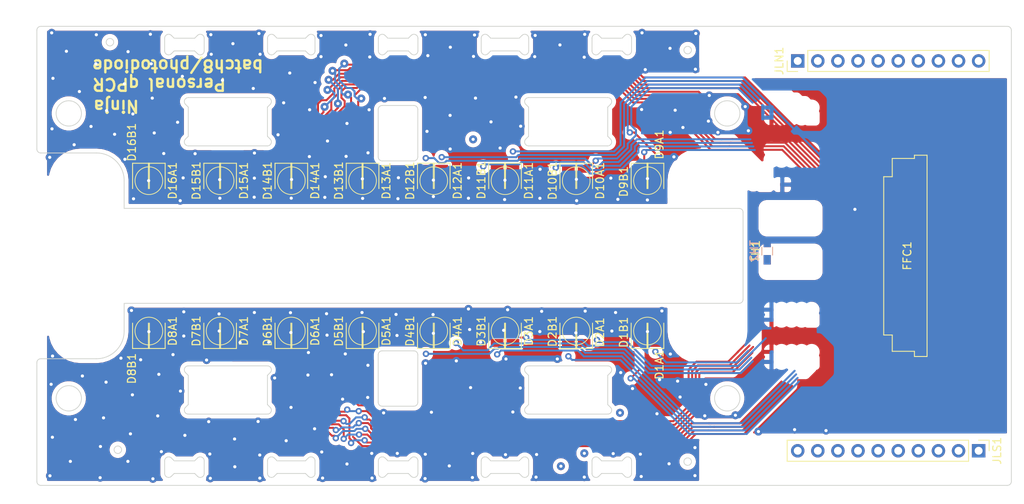
<source format=kicad_pcb>
(kicad_pcb (version 20171130) (host pcbnew "(5.1.6-0-10_14)")
  (layers (0 F.Cu signal) (31 B.Cu signal) (34 B.Paste user) (35 F.Paste user) (36 B.SilkS user) (37 F.SilkS user) (38 B.Mask user) (39 F.Mask user) (44 Edge.Cuts user))
  (net 0 "")
  (net 1 GNDA)
  (net 2 /S_PD_OUT1)
  (net 3 /S_PD_OUT2)
  (net 4 /S_PD_OUT3)
  (net 5 /S_PD_OUT4)
  (net 6 /S_PD_OUT5)
  (net 7 /S_PD_OUT6)
  (net 8 /S_PD_OUT7)
  (net 9 /S_PD_OUT8)
  (net 10 /S_PD_OUT9)
  (net 11 /S_PD_OUT10)
  (net 12 /S_PD_OUT11)
  (net 13 /S_PD_OUT12)
  (net 14 /S_PD_OUT13)
  (net 15 /S_PD_OUT14)
  (net 16 /S_PD_OUT15)
  (net 17 /S_PD_OUT16)
  (net 18 /N_PD_OUT1)
  (net 19 /N_PD_OUT2)
  (net 20 /N_PD_OUT3)
  (net 21 /N_PD_OUT4)
  (net 22 /N_PD_OUT5)
  (net 23 /N_PD_OUT6)
  (net 24 /N_PD_OUT7)
  (net 25 /N_PD_OUT8)
  (net 26 /N_PD_OUT9)
  (net 27 /N_PD_OUT10)
  (net 28 /N_PD_OUT11)
  (net 29 /N_PD_OUT12)
  (net 30 /N_PD_OUT13)
  (net 31 /N_PD_OUT14)
  (net 32 /N_PD_OUT15)
  (net 33 /N_PD_OUT16)
  (net 34 PD_MUX_GPIO1)
  (net 35 /GAIN_LARGE)
  (net 36 "Net-(C11-Pad1)")
  (net 37 "Net-(C13-Pad2)")
  (net 38 GNDL)
  (net 39 VCCL)
  (module Resistors_SMD:R_0603_HandSoldering (layer B.Cu) (at 177.05 99.4 90)
    (fp_text reference TH2 (at 0.01 -1.64 90) (layer B.SilkS) (effects (justify mirror)))
    (fp_text value Thermistor)
    (pad 1 smd rect (at -1.1 0 90) (size 1.2 0.9) (layers B.Cu B.Paste B.Mask))
    (pad 2 smd rect (at 1.1 0 90) (size 1.2 0.9) (layers B.Cu B.Paste B.Mask) (net 1 GNDA))
  )
  (module Resistors_SMD:R_0603_HandSoldering (layer F.Cu) (at 177.05 99.4 90)
    (fp_text reference TH1 (at 0 -1.45 90) (layer F.SilkS))
    (fp_text value Thermistor)
    (pad 2 smd rect (at 1.1 0 90) (size 1.2 0.9) (layers F.Cu F.Paste F.Mask) (net 1 GNDA))
    (pad 1 smd rect (at -1.1 0 90) (size 1.2 0.9) (layers F.Cu F.Paste F.Mask))
  )
  (module Diodes_SMD:D_1206 (layer F.Cu) (at 162.921211 109.501633 90)
    (fp_text reference D1A1 (at -4.258367 0.508789 270) (layer F.SilkS))
    (fp_text value D_Photo)
    (pad 1 smd rect (at -1.5 0 90) (size 1 1.6) (layers F.Cu F.Paste F.Mask))
    (pad 2 smd rect (at 1.5 0 90) (size 1 1.6) (layers F.Cu F.Paste F.Mask) (net 1 GNDA))
  )
  (module Diodes_SMD:D_1206 (layer F.Cu) (at 160.921211 109.501633 90)
    (fp_text reference D1B1 (at -0.168367 -2 270) (layer F.SilkS))
    (fp_text value D_Photo)
    (pad 2 smd rect (at 1.5 0 90) (size 1 1.6) (layers F.Cu F.Paste F.Mask) (net 1 GNDA))
    (pad 1 smd rect (at -1.5 0 90) (size 1 1.6) (layers F.Cu F.Paste F.Mask))
  )
  (module Diodes_SMD:D_1206 (layer F.Cu) (at 162.921211 90.502066 270)
    (fp_text reference D9A1 (at -4.572066 -0.508789 270) (layer F.SilkS))
    (fp_text value D_Photo)
    (pad 2 smd rect (at 1.5 0 270) (size 1 1.6) (layers F.Cu F.Paste F.Mask) (net 1 GNDA))
    (pad 1 smd rect (at -1.5 0 270) (size 1 1.6) (layers F.Cu F.Paste F.Mask))
  )
  (module Diodes_SMD:D_1206 (layer F.Cu) (at 160.921211 90.502066 270)
    (fp_text reference D9B1 (at 0.107934 2 270) (layer F.SilkS))
    (fp_text value D_Photo)
    (pad 1 smd rect (at -1.5 0 270) (size 1 1.6) (layers F.Cu F.Paste F.Mask))
    (pad 2 smd rect (at 1.5 0 270) (size 1 1.6) (layers F.Cu F.Paste F.Mask) (net 1 GNDA))
  )
  (module Diodes_SMD:D_1206 (layer F.Cu) (at 153.921211 90.502066 270)
    (fp_text reference D10A1 (at 0 -2 90) (layer F.SilkS))
    (fp_text value D_Photo)
    (pad 2 smd rect (at 1.5 0 270) (size 1 1.6) (layers F.Cu F.Paste F.Mask) (net 1 GNDA))
    (pad 1 smd rect (at -1.5 0 270) (size 1 1.6) (layers F.Cu F.Paste F.Mask))
  )
  (module Diodes_SMD:D_1206 (layer F.Cu) (at 151.921211 90.502066 270)
    (fp_text reference D10B1 (at 0 2 90) (layer F.SilkS))
    (fp_text value D_Photo)
    (pad 1 smd rect (at -1.5 0 270) (size 1 1.6) (layers F.Cu F.Paste F.Mask))
    (pad 2 smd rect (at 1.5 0 270) (size 1 1.6) (layers F.Cu F.Paste F.Mask) (net 1 GNDA))
  )
  (module Diodes_SMD:D_1206 (layer F.Cu) (at 144.921211 90.502066 270)
    (fp_text reference D11A1 (at 0 -2 90) (layer F.SilkS))
    (fp_text value D_Photo)
    (pad 2 smd rect (at 1.5 0 270) (size 1 1.6) (layers F.Cu F.Paste F.Mask) (net 1 GNDA))
    (pad 1 smd rect (at -1.5 0 270) (size 1 1.6) (layers F.Cu F.Paste F.Mask))
  )
  (module Diodes_SMD:D_1206 (layer F.Cu) (at 142.921211 90.502066 270)
    (fp_text reference D11B1 (at -0.082066 2 90) (layer F.SilkS))
    (fp_text value D_Photo)
    (pad 1 smd rect (at -1.5 0 270) (size 1 1.6) (layers F.Cu F.Paste F.Mask))
    (pad 2 smd rect (at 1.5 0 270) (size 1 1.6) (layers F.Cu F.Paste F.Mask) (net 1 GNDA))
  )
  (module Diodes_SMD:D_1206 (layer F.Cu) (at 135.921211 90.502066 270)
    (fp_text reference D12A1 (at 0 -2 90) (layer F.SilkS))
    (fp_text value D_Photo)
    (pad 2 smd rect (at 1.5 0 270) (size 1 1.6) (layers F.Cu F.Paste F.Mask) (net 1 GNDA))
    (pad 1 smd rect (at -1.5 0 270) (size 1 1.6) (layers F.Cu F.Paste F.Mask))
  )
  (module Diodes_SMD:D_1206 (layer F.Cu) (at 133.921211 90.502066 270)
    (fp_text reference D12B1 (at 0 2 90) (layer F.SilkS))
    (fp_text value D_Photo)
    (pad 1 smd rect (at -1.5 0 270) (size 1 1.6) (layers F.Cu F.Paste F.Mask))
    (pad 2 smd rect (at 1.5 0 270) (size 1 1.6) (layers F.Cu F.Paste F.Mask) (net 1 GNDA))
  )
  (module Diodes_SMD:D_1206 (layer F.Cu) (at 126.921211 90.502066 270)
    (fp_text reference D13A1 (at 0 -2 90) (layer F.SilkS))
    (fp_text value D_Photo)
    (pad 1 smd rect (at -1.5 0 270) (size 1 1.6) (layers F.Cu F.Paste F.Mask))
    (pad 2 smd rect (at 1.5 0 270) (size 1 1.6) (layers F.Cu F.Paste F.Mask) (net 1 GNDA))
  )
  (module Diodes_SMD:D_1206 (layer F.Cu) (at 124.921211 90.502066 270)
    (fp_text reference D13B1 (at 0 2 90) (layer F.SilkS))
    (fp_text value D_Photo)
    (pad 2 smd rect (at 1.5 0 270) (size 1 1.6) (layers F.Cu F.Paste F.Mask) (net 1 GNDA))
    (pad 1 smd rect (at -1.5 0 270) (size 1 1.6) (layers F.Cu F.Paste F.Mask))
  )
  (module Diodes_SMD:D_1206 (layer F.Cu) (at 117.921211 90.502066 270)
    (fp_text reference D14A1 (at 0 -2 90) (layer F.SilkS))
    (fp_text value D_Photo)
    (pad 1 smd rect (at -1.5 0 270) (size 1 1.6) (layers F.Cu F.Paste F.Mask))
    (pad 2 smd rect (at 1.5 0 270) (size 1 1.6) (layers F.Cu F.Paste F.Mask) (net 1 GNDA))
  )
  (module Diodes_SMD:D_1206 (layer F.Cu) (at 115.921211 90.502066 270)
    (fp_text reference D14B1 (at 0 2 90) (layer F.SilkS))
    (fp_text value D_Photo)
    (pad 2 smd rect (at 1.5 0 270) (size 1 1.6) (layers F.Cu F.Paste F.Mask) (net 1 GNDA))
    (pad 1 smd rect (at -1.5 0 270) (size 1 1.6) (layers F.Cu F.Paste F.Mask))
  )
  (module Diodes_SMD:D_1206 (layer F.Cu) (at 108.921211 90.502066 270)
    (fp_text reference D15A1 (at 0 -2 90) (layer F.SilkS))
    (fp_text value D_Photo)
    (pad 1 smd rect (at -1.5 0 270) (size 1 1.6) (layers F.Cu F.Paste F.Mask))
    (pad 2 smd rect (at 1.5 0 270) (size 1 1.6) (layers F.Cu F.Paste F.Mask) (net 1 GNDA))
  )
  (module Diodes_SMD:D_1206 (layer F.Cu) (at 106.921211 90.502066 270)
    (fp_text reference D15B1 (at 0 2 90) (layer F.SilkS))
    (fp_text value D_Photo)
    (pad 2 smd rect (at 1.5 0 270) (size 1 1.6) (layers F.Cu F.Paste F.Mask) (net 1 GNDA))
    (pad 1 smd rect (at -1.5 0 270) (size 1 1.6) (layers F.Cu F.Paste F.Mask))
  )
  (module Diodes_SMD:D_1206 (layer F.Cu) (at 99.921211 90.502066 270)
    (fp_text reference D16A1 (at 0 -2 90) (layer F.SilkS))
    (fp_text value D_Photo)
    (pad 1 smd rect (at -1.5 0 270) (size 1 1.6) (layers F.Cu F.Paste F.Mask))
    (pad 2 smd rect (at 1.5 0 270) (size 1 1.6) (layers F.Cu F.Paste F.Mask) (net 1 GNDA))
  )
  (module Diodes_SMD:D_1206 (layer F.Cu) (at 97.921211 90.502066 270)
    (fp_text reference D16B1 (at -4.862066 1.161211 90) (layer F.SilkS))
    (fp_text value D_Photo)
    (pad 2 smd rect (at 1.5 0 270) (size 1 1.6) (layers F.Cu F.Paste F.Mask) (net 1 GNDA))
    (pad 1 smd rect (at -1.5 0 270) (size 1 1.6) (layers F.Cu F.Paste F.Mask))
  )
  (module Diodes_SMD:D_1206 (layer F.Cu) (at 153.921211 109.501633 90)
    (fp_text reference D2A1 (at -0.168367 2 90) (layer F.SilkS))
    (fp_text value D_Photo)
    (pad 1 smd rect (at -1.5 0 90) (size 1 1.6) (layers F.Cu F.Paste F.Mask))
    (pad 2 smd rect (at 1.5 0 90) (size 1 1.6) (layers F.Cu F.Paste F.Mask) (net 1 GNDA))
  )
  (module Diodes_SMD:D_1206 (layer F.Cu) (at 151.921211 109.501633 90)
    (fp_text reference D2B1 (at -0.058367 -2 90) (layer F.SilkS))
    (fp_text value D_Photo)
    (pad 2 smd rect (at 1.5 0 90) (size 1 1.6) (layers F.Cu F.Paste F.Mask) (net 1 GNDA))
    (pad 1 smd rect (at -1.5 0 90) (size 1 1.6) (layers F.Cu F.Paste F.Mask))
  )
  (module Diodes_SMD:D_1206 (layer F.Cu) (at 144.921211 109.501633 90)
    (fp_text reference D3A1 (at 0 2 90) (layer F.SilkS))
    (fp_text value D_Photo)
    (pad 1 smd rect (at -1.5 0 90) (size 1 1.6) (layers F.Cu F.Paste F.Mask))
    (pad 2 smd rect (at 1.5 0 90) (size 1 1.6) (layers F.Cu F.Paste F.Mask) (net 1 GNDA))
  )
  (module Diodes_SMD:D_1206 (layer F.Cu) (at 142.921211 109.501633 90)
    (fp_text reference D3B1 (at 0 -2 90) (layer F.SilkS))
    (fp_text value D_Photo)
    (pad 2 smd rect (at 1.5 0 90) (size 1 1.6) (layers F.Cu F.Paste F.Mask) (net 1 GNDA))
    (pad 1 smd rect (at -1.5 0 90) (size 1 1.6) (layers F.Cu F.Paste F.Mask))
  )
  (module Diodes_SMD:D_1206 (layer F.Cu) (at 135.921211 109.501633 90)
    (fp_text reference D4A1 (at 0 2 90) (layer F.SilkS))
    (fp_text value D_Photo)
    (pad 1 smd rect (at -1.5 0 90) (size 1 1.6) (layers F.Cu F.Paste F.Mask))
    (pad 2 smd rect (at 1.5 0 90) (size 1 1.6) (layers F.Cu F.Paste F.Mask) (net 1 GNDA))
  )
  (module Diodes_SMD:D_1206 (layer F.Cu) (at 133.921211 109.501633 90)
    (fp_text reference D4B1 (at 0 -2 90) (layer F.SilkS))
    (fp_text value D_Photo)
    (pad 2 smd rect (at 1.5 0 90) (size 1 1.6) (layers F.Cu F.Paste F.Mask) (net 1 GNDA))
    (pad 1 smd rect (at -1.5 0 90) (size 1 1.6) (layers F.Cu F.Paste F.Mask))
  )
  (module Diodes_SMD:D_1206 (layer F.Cu) (at 126.921211 109.501633 90)
    (fp_text reference D5A1 (at 0 2 90) (layer F.SilkS))
    (fp_text value D_Photo)
    (pad 2 smd rect (at 1.5 0 90) (size 1 1.6) (layers F.Cu F.Paste F.Mask) (net 1 GNDA))
    (pad 1 smd rect (at -1.5 0 90) (size 1 1.6) (layers F.Cu F.Paste F.Mask))
  )
  (module Diodes_SMD:D_1206 (layer F.Cu) (at 124.921211 109.501633 90)
    (fp_text reference D5B1 (at 0 -2 90) (layer F.SilkS))
    (fp_text value D_Photo)
    (pad 1 smd rect (at -1.5 0 90) (size 1 1.6) (layers F.Cu F.Paste F.Mask))
    (pad 2 smd rect (at 1.5 0 90) (size 1 1.6) (layers F.Cu F.Paste F.Mask) (net 1 GNDA))
  )
  (module Diodes_SMD:D_1206 (layer F.Cu) (at 117.921211 109.501633 90)
    (fp_text reference D6A1 (at 0 2 90) (layer F.SilkS))
    (fp_text value D_Photo)
    (pad 2 smd rect (at 1.5 0 90) (size 1 1.6) (layers F.Cu F.Paste F.Mask) (net 1 GNDA))
    (pad 1 smd rect (at -1.5 0 90) (size 1 1.6) (layers F.Cu F.Paste F.Mask))
  )
  (module Diodes_SMD:D_1206 (layer F.Cu) (at 115.921211 109.501633 90)
    (fp_text reference D6B1 (at 0 -2 90) (layer F.SilkS))
    (fp_text value D_Photo)
    (pad 1 smd rect (at -1.5 0 90) (size 1 1.6) (layers F.Cu F.Paste F.Mask))
    (pad 2 smd rect (at 1.5 0 90) (size 1 1.6) (layers F.Cu F.Paste F.Mask) (net 1 GNDA))
  )
  (module Diodes_SMD:D_1206 (layer F.Cu) (at 108.921211 109.501633 90)
    (fp_text reference D7A1 (at 0 2 90) (layer F.SilkS))
    (fp_text value D_Photo)
    (pad 2 smd rect (at 1.5 0 90) (size 1 1.6) (layers F.Cu F.Paste F.Mask) (net 1 GNDA))
    (pad 1 smd rect (at -1.5 0 90) (size 1 1.6) (layers F.Cu F.Paste F.Mask))
  )
  (module Diodes_SMD:D_1206 (layer F.Cu) (at 106.921211 109.501633 90)
    (fp_text reference D7B1 (at 0 -2 90) (layer F.SilkS))
    (fp_text value D_Photo)
    (pad 1 smd rect (at -1.5 0 90) (size 1 1.6) (layers F.Cu F.Paste F.Mask))
    (pad 2 smd rect (at 1.5 0 90) (size 1 1.6) (layers F.Cu F.Paste F.Mask) (net 1 GNDA))
  )
  (module Diodes_SMD:D_1206 (layer F.Cu) (at 99.921211 109.501633 90)
    (fp_text reference D8A1 (at 0 2 90) (layer F.SilkS))
    (fp_text value D_Photo)
    (pad 2 smd rect (at 1.5 0 90) (size 1 1.6) (layers F.Cu F.Paste F.Mask) (net 1 GNDA))
    (pad 1 smd rect (at -1.5 0 90) (size 1 1.6) (layers F.Cu F.Paste F.Mask))
  )
  (module Diodes_SMD:D_1206 (layer F.Cu) (at 97.921211 109.501633 90)
    (fp_text reference D8B1 (at -4.738367 -1.161211 90) (layer F.SilkS))
    (fp_text value D_Photo)
    (pad 1 smd rect (at -1.5 0 90) (size 1 1.6) (layers F.Cu F.Paste F.Mask))
    (pad 2 smd rect (at 1.5 0 90) (size 1 1.6) (layers F.Cu F.Paste F.Mask) (net 1 GNDA))
  )
  (module Ninja-qPCR:FFC_40_4-1734839-0 (layer F.Cu) (at 192.5 109.75 90)
    (fp_text reference FFC1 (at 9.75 2.25 90) (layer F.SilkS))
    (fp_text value FFC_40_4-1734839-0 hide)
    (pad 1 smd rect (at 0 0 90) (size 0.3 1.1) (layers F.Cu F.Paste F.Mask))
    (pad 2 smd rect (at 0.5 0 90) (size 0.3 1.1) (layers F.Cu F.Paste F.Mask))
    (pad 3 smd rect (at 1 0 90) (size 0.3 1.1) (layers F.Cu F.Paste F.Mask))
    (pad 4 smd rect (at 1.5 0 90) (size 0.3 1.1) (layers F.Cu F.Paste F.Mask))
    (pad 5 smd rect (at 2 0 90) (size 0.3 1.1) (layers F.Cu F.Paste F.Mask))
    (pad 6 smd rect (at 2.5 0 90) (size 0.3 1.1) (layers F.Cu F.Paste F.Mask))
    (pad 7 smd rect (at 3 0 90) (size 0.3 1.1) (layers F.Cu F.Paste F.Mask))
    (pad 8 smd rect (at 3.5 0 90) (size 0.3 1.1) (layers F.Cu F.Paste F.Mask))
    (pad 9 smd rect (at 4 0 90) (size 0.3 1.1) (layers F.Cu F.Paste F.Mask))
    (pad 10 smd rect (at 4.5 0 90) (size 0.3 1.1) (layers F.Cu F.Paste F.Mask))
    (pad 11 smd rect (at 5 0 90) (size 0.3 1.1) (layers F.Cu F.Paste F.Mask))
    (pad 12 smd rect (at 5.5 0 90) (size 0.3 1.1) (layers F.Cu F.Paste F.Mask))
    (pad 13 smd rect (at 6 0 90) (size 0.3 1.1) (layers F.Cu F.Paste F.Mask))
    (pad 14 smd rect (at 6.5 0 90) (size 0.3 1.1) (layers F.Cu F.Paste F.Mask))
    (pad 15 smd rect (at 7 0 90) (size 0.3 1.1) (layers F.Cu F.Paste F.Mask))
    (pad 16 smd rect (at 7.5 0 90) (size 0.3 1.1) (layers F.Cu F.Paste F.Mask))
    (pad 17 smd rect (at 8 0 90) (size 0.3 1.1) (layers F.Cu F.Paste F.Mask))
    (pad 18 smd rect (at 8.5 0 90) (size 0.3 1.1) (layers F.Cu F.Paste F.Mask))
    (pad 19 smd rect (at 9 0 90) (size 0.3 1.1) (layers F.Cu F.Paste F.Mask))
    (pad 20 smd rect (at 9.5 0 90) (size 0.3 1.1) (layers F.Cu F.Paste F.Mask))
    (pad 21 smd rect (at 10 0 90) (size 0.3 1.1) (layers F.Cu F.Paste F.Mask))
    (pad 22 smd rect (at 10.5 0 90) (size 0.3 1.1) (layers F.Cu F.Paste F.Mask))
    (pad 23 smd rect (at 11 0 90) (size 0.3 1.1) (layers F.Cu F.Paste F.Mask))
    (pad 24 smd rect (at 11.5 0 90) (size 0.3 1.1) (layers F.Cu F.Paste F.Mask))
    (pad 25 smd rect (at 12 0 90) (size 0.3 1.1) (layers F.Cu F.Paste F.Mask))
    (pad 26 smd rect (at 12.5 0 90) (size 0.3 1.1) (layers F.Cu F.Paste F.Mask))
    (pad 27 smd rect (at 13 0 90) (size 0.3 1.1) (layers F.Cu F.Paste F.Mask))
    (pad 28 smd rect (at 13.5 0 90) (size 0.3 1.1) (layers F.Cu F.Paste F.Mask))
    (pad 29 smd rect (at 14 0 90) (size 0.3 1.1) (layers F.Cu F.Paste F.Mask))
    (pad 30 smd rect (at 14.5 0 90) (size 0.3 1.1) (layers F.Cu F.Paste F.Mask))
    (pad 31 smd rect (at 15 0 90) (size 0.3 1.1) (layers F.Cu F.Paste F.Mask))
    (pad 32 smd rect (at 15.5 0 90) (size 0.3 1.1) (layers F.Cu F.Paste F.Mask))
    (pad 33 smd rect (at 16 0 90) (size 0.3 1.1) (layers F.Cu F.Paste F.Mask))
    (pad 34 smd rect (at 16.5 0 90) (size 0.3 1.1) (layers F.Cu F.Paste F.Mask))
    (pad 35 smd rect (at 17 0 90) (size 0.3 1.1) (layers F.Cu F.Paste F.Mask))
    (pad 36 smd rect (at 17.5 0 90) (size 0.3 1.1) (layers F.Cu F.Paste F.Mask))
    (pad 37 smd rect (at 18 0 90) (size 0.3 1.1) (layers F.Cu F.Paste F.Mask))
    (pad 38 smd rect (at 18.5 0 90) (size 0.3 1.1) (layers F.Cu F.Paste F.Mask))
    (pad 39 smd rect (at 19 0 90) (size 0.3 1.1) (layers F.Cu F.Paste F.Mask))
    (pad 40 smd rect (at 19.5 0 90) (size 0.3 1.1) (layers F.Cu F.Paste F.Mask))
    (pad G1 smd rect (at -1.67 1.7 90) (size 2.3 3.1) (layers F.Cu F.Paste F.Mask))
    (pad G2 smd rect (at 21.17 1.7 90) (size 2.3 3.1) (layers F.Cu F.Paste F.Mask))
  )
  (module Pin_Headers:Pin_Header_Straight_1x10_Pitch2.54mm (layer F.Cu) (at 180.905 75.372 90)
    (fp_text reference JLN1 (at 0 -2.33 90) (layer F.SilkS))
    (fp_text value Conn_01x10_Male)
    (pad 1 thru_hole rect (at 0 0 90) (size 1.7 1.7) (drill 1) (layers *.Cu *.Mask) (net 38 GNDL))
    (pad 2 thru_hole oval (at 0 2.54 90) (size 1.7 1.7) (drill 1) (layers *.Cu *.Mask) (net 39 VCCL))
    (pad 3 thru_hole oval (at 0 5.08 90) (size 1.7 1.7) (drill 1) (layers *.Cu *.Mask))
    (pad 4 thru_hole oval (at 0 7.62 90) (size 1.7 1.7) (drill 1) (layers *.Cu *.Mask))
    (pad 5 thru_hole oval (at 0 10.16 90) (size 1.7 1.7) (drill 1) (layers *.Cu *.Mask))
    (pad 6 thru_hole oval (at 0 12.7 90) (size 1.7 1.7) (drill 1) (layers *.Cu *.Mask))
    (pad 7 thru_hole oval (at 0 15.24 90) (size 1.7 1.7) (drill 1) (layers *.Cu *.Mask))
    (pad 8 thru_hole oval (at 0 17.78 90) (size 1.7 1.7) (drill 1) (layers *.Cu *.Mask))
    (pad 9 thru_hole oval (at 0 20.32 90) (size 1.7 1.7) (drill 1) (layers *.Cu *.Mask))
    (pad 10 thru_hole oval (at 0 22.86 90) (size 1.7 1.7) (drill 1) (layers *.Cu *.Mask))
  )
  (module Pin_Headers:Pin_Header_Straight_1x10_Pitch2.54mm (layer F.Cu) (at 203.765 124.628 270)
    (fp_text reference JLS1 (at 0 -2.33 90) (layer F.SilkS))
    (fp_text value Conn_01x10_Male)
    (pad 10 thru_hole oval (at 0 22.86 270) (size 1.7 1.7) (drill 1) (layers *.Cu *.Mask))
    (pad 9 thru_hole oval (at 0 20.32 270) (size 1.7 1.7) (drill 1) (layers *.Cu *.Mask))
    (pad 8 thru_hole oval (at 0 17.78 270) (size 1.7 1.7) (drill 1) (layers *.Cu *.Mask))
    (pad 7 thru_hole oval (at 0 15.24 270) (size 1.7 1.7) (drill 1) (layers *.Cu *.Mask))
    (pad 6 thru_hole oval (at 0 12.7 270) (size 1.7 1.7) (drill 1) (layers *.Cu *.Mask))
    (pad 5 thru_hole oval (at 0 10.16 270) (size 1.7 1.7) (drill 1) (layers *.Cu *.Mask))
    (pad 4 thru_hole oval (at 0 7.62 270) (size 1.7 1.7) (drill 1) (layers *.Cu *.Mask))
    (pad 3 thru_hole oval (at 0 5.08 270) (size 1.7 1.7) (drill 1) (layers *.Cu *.Mask) (net 39 VCCL))
    (pad 2 thru_hole oval (at 0 2.54 270) (size 1.7 1.7) (drill 1) (layers *.Cu *.Mask) (net 38 GNDL))
    (pad 1 thru_hole rect (at 0 0 270) (size 1.7 1.7) (drill 1) (layers *.Cu *.Mask))
  )
  (gr_arc (start 173.5 105.5) (end 173.5 106) (angle -90) (layer Edge.Cuts) (width 0.1))
  (gr_arc (start 173.5 94.5) (end 174 94.5) (angle -90) (layer Edge.Cuts) (width 0.1))
  (gr_line (start 84.764 71.5) (end 84.764 86.5) (layer Edge.Cuts) (width 0.1))
  (gr_arc (start 85.264 113.5) (end 85.264 113) (angle -90) (layer Edge.Cuts) (width 0.1))
  (gr_arc (start 85.264 86.5) (end 84.764 86.5) (angle -90) (layer Edge.Cuts) (width 0.1))
  (gr_circle (center 95 124.5) (end 94.525 124.5) (layer Edge.Cuts) (width 0.1))
  (gr_circle (center 167 126) (end 166.525 126) (layer Edge.Cuts) (width 0.1))
  (gr_circle (center 167 74) (end 166.525 74) (layer Edge.Cuts) (width 0.1))
  (gr_circle (center 94 73) (end 93.525 73) (layer Edge.Cuts) (width 0.1))
  (gr_text batch8/photodiode (at 102.56 75.98 180) (layer F.SilkS) (effects (font (size 1.5 1.5) (thickness 0.3))))
  (gr_text "Personal qPCR" (at 100.22 78.32 180) (layer F.SilkS) (effects (font (size 1.5 1.5) (thickness 0.3))))
  (gr_text Ninja (at 94.78 81.1 180) (layer F.SilkS) (effects (font (size 1.5 1.5) (thickness 0.3))))
  (gr_line (start 127.9 87.5) (end 127.9 81.5) (layer Edge.Cuts) (width 0.1))
  (gr_line (start 132.9 87.5) (end 132.9 81.5) (layer Edge.Cuts) (width 0.1))
  (gr_line (start 128.4 81) (end 132.4 81) (layer Edge.Cuts) (width 0.1))
  (gr_arc (start 132.4 81.5) (end 132.9 81.5) (angle -90) (layer Edge.Cuts) (width 0.1))
  (gr_arc (start 128.4 81.5) (end 128.4 81) (angle -90) (layer Edge.Cuts) (width 0.1))
  (gr_line (start 132.4 88) (end 128.4 88) (layer Edge.Cuts) (width 0.1))
  (gr_arc (start 128.4 87.5) (end 127.9 87.5) (angle -90) (layer Edge.Cuts) (width 0.1))
  (gr_arc (start 132.4 87.5) (end 132.4 88) (angle -90) (layer Edge.Cuts) (width 0.1))
  (gr_line (start 132.9 118.5) (end 132.9 112.5) (layer Edge.Cuts) (width 0.1))
  (gr_line (start 127.9 118.5) (end 127.9 112.5) (layer Edge.Cuts) (width 0.1))
  (gr_line (start 132.4 119) (end 128.4 119) (layer Edge.Cuts) (width 0.1))
  (gr_arc (start 128.4 118.5) (end 127.9 118.5) (angle -90) (layer Edge.Cuts) (width 0.1))
  (gr_arc (start 132.4 118.5) (end 132.4 119) (angle -90) (layer Edge.Cuts) (width 0.1))
  (gr_arc (start 132.4 112.5) (end 132.9 112.5) (angle -90) (layer Edge.Cuts) (width 0.1))
  (gr_arc (start 128.4 112.5) (end 128.4 112) (angle -90) (layer Edge.Cuts) (width 0.1))
  (gr_line (start 128.4 112) (end 132.4 112) (layer Edge.Cuts) (width 0.1))
  (gr_line (start 146.89905 119.998251) (end 156.89905 119.998251) (layer Edge.Cuts) (width 0.1))
  (gr_line (start 156.89905 113.898251) (end 146.89905 113.898251) (layer Edge.Cuts) (width 0.1))
  (gr_arc (start 207.399 128.5) (end 207.399 129) (angle -90) (layer Edge.Cuts) (width 0.1))
  (gr_line (start 113.89905 113.898251) (end 103.89905 113.898251) (layer Edge.Cuts) (width 0.1))
  (gr_arc (start 113.89905 114.398251) (end 114.252604 114.751805) (angle -135) (layer Edge.Cuts) (width 0.1))
  (gr_line (start 113.89905 115.105358) (end 114.252604 114.751805) (layer Edge.Cuts) (width 0.1))
  (gr_line (start 113.89905 118.791145) (end 113.89905 115.105358) (layer Edge.Cuts) (width 0.1))
  (gr_line (start 114.252604 119.144698) (end 113.89905 118.791145) (layer Edge.Cuts) (width 0.1))
  (gr_arc (start 113.89905 119.498251) (end 113.89905 119.998251) (angle -135) (layer Edge.Cuts) (width 0.1))
  (gr_arc (start 132.41405 127.498251) (end 132.060497 127.851805) (angle -135) (layer Edge.Cuts) (width 0.1))
  (gr_line (start 131.706944 127.498251) (end 132.060497 127.851805) (layer Edge.Cuts) (width 0.1))
  (gr_arc (start 101.41405 125.898251) (end 101.767604 125.544698) (angle -135) (layer Edge.Cuts) (width 0.1))
  (gr_arc (start 101.41405 127.498251) (end 100.91405 127.498251) (angle -135) (layer Edge.Cuts) (width 0.1))
  (gr_line (start 101.767604 127.851805) (end 102.121157 127.498251) (layer Edge.Cuts) (width 0.1))
  (gr_line (start 102.121157 125.898251) (end 101.767604 125.544698) (layer Edge.Cuts) (width 0.1))
  (gr_arc (start 141.41405 127.498251) (end 140.91405 127.498251) (angle -135) (layer Edge.Cuts) (width 0.1))
  (gr_line (start 140.91405 125.898251) (end 140.91405 127.498251) (layer Edge.Cuts) (width 0.1))
  (gr_line (start 102.121157 127.498251) (end 104.706944 127.498251) (layer Edge.Cuts) (width 0.1))
  (gr_line (start 156.121157 125.898251) (end 155.767604 125.544698) (layer Edge.Cuts) (width 0.1))
  (gr_line (start 158.706944 125.898251) (end 156.121157 125.898251) (layer Edge.Cuts) (width 0.1))
  (gr_line (start 159.060497 125.544698) (end 158.706944 125.898251) (layer Edge.Cuts) (width 0.1))
  (gr_arc (start 105.41405 127.498251) (end 105.060497 127.851805) (angle -135) (layer Edge.Cuts) (width 0.1))
  (gr_line (start 104.706944 127.498251) (end 105.060497 127.851805) (layer Edge.Cuts) (width 0.1))
  (gr_line (start 100.91405 125.898251) (end 100.91405 127.498251) (layer Edge.Cuts) (width 0.1))
  (gr_arc (start 155.41405 127.498251) (end 154.91405 127.498251) (angle -135) (layer Edge.Cuts) (width 0.1))
  (gr_line (start 154.91405 125.898251) (end 154.91405 127.498251) (layer Edge.Cuts) (width 0.1))
  (gr_arc (start 155.41405 125.898251) (end 155.767604 125.544698) (angle -135) (layer Edge.Cuts) (width 0.1))
  (gr_line (start 142.121157 127.498251) (end 145.706944 127.498251) (layer Edge.Cuts) (width 0.1))
  (gr_line (start 141.767604 127.851805) (end 142.121157 127.498251) (layer Edge.Cuts) (width 0.1))
  (gr_arc (start 103.89905 119.498251) (end 103.545497 119.144698) (angle -135) (layer Edge.Cuts) (width 0.1))
  (gr_line (start 103.89905 118.791145) (end 103.545497 119.144698) (layer Edge.Cuts) (width 0.1))
  (gr_line (start 145.706944 125.898251) (end 142.121157 125.898251) (layer Edge.Cuts) (width 0.1))
  (gr_line (start 146.060497 125.544698) (end 145.706944 125.898251) (layer Edge.Cuts) (width 0.1))
  (gr_line (start 158.706944 127.498251) (end 159.060497 127.851805) (layer Edge.Cuts) (width 0.1))
  (gr_line (start 156.121157 127.498251) (end 158.706944 127.498251) (layer Edge.Cuts) (width 0.1))
  (gr_line (start 155.767604 127.851805) (end 156.121157 127.498251) (layer Edge.Cuts) (width 0.1))
  (gr_line (start 146.545497 114.751805) (end 146.89905 115.105358) (layer Edge.Cuts) (width 0.1))
  (gr_arc (start 146.89905 114.398251) (end 146.89905 113.898251) (angle -135) (layer Edge.Cuts) (width 0.1))
  (gr_arc (start 119.41405 125.898251) (end 119.91405 125.898251) (angle -135) (layer Edge.Cuts) (width 0.1))
  (gr_arc (start 159.41405 127.498251) (end 159.060497 127.851805) (angle -135) (layer Edge.Cuts) (width 0.1))
  (gr_line (start 103.89905 115.105358) (end 103.89905 118.791145) (layer Edge.Cuts) (width 0.1))
  (gr_line (start 103.545497 114.751805) (end 103.89905 115.105358) (layer Edge.Cuts) (width 0.1))
  (gr_arc (start 103.89905 114.398251) (end 103.89905 113.898251) (angle -135) (layer Edge.Cuts) (width 0.1))
  (gr_arc (start 105.41405 125.898251) (end 105.91405 125.898251) (angle -135) (layer Edge.Cuts) (width 0.1))
  (gr_arc (start 146.89905 119.498251) (end 146.545497 119.144698) (angle -135) (layer Edge.Cuts) (width 0.1))
  (gr_line (start 146.89905 118.791145) (end 146.545497 119.144698) (layer Edge.Cuts) (width 0.1))
  (gr_line (start 146.89905 115.105358) (end 146.89905 118.791145) (layer Edge.Cuts) (width 0.1))
  (gr_line (start 105.91405 127.498251) (end 105.91405 125.898251) (layer Edge.Cuts) (width 0.1))
  (gr_arc (start 159.41405 125.898251) (end 159.91405 125.898251) (angle -135) (layer Edge.Cuts) (width 0.1))
  (gr_line (start 159.91405 127.498251) (end 159.91405 125.898251) (layer Edge.Cuts) (width 0.1))
  (gr_arc (start 114.41405 127.498251) (end 113.91405 127.498251) (angle -135) (layer Edge.Cuts) (width 0.1))
  (gr_arc (start 114.41405 125.898251) (end 114.767604 125.544698) (angle -135) (layer Edge.Cuts) (width 0.1))
  (gr_line (start 114.767604 127.851805) (end 115.121157 127.498251) (layer Edge.Cuts) (width 0.1))
  (gr_line (start 105.060497 125.544698) (end 104.706944 125.898251) (layer Edge.Cuts) (width 0.1))
  (gr_arc (start 128.41405 125.898251) (end 128.767604 125.544698) (angle -135) (layer Edge.Cuts) (width 0.1))
  (gr_line (start 129.121157 125.898251) (end 128.767604 125.544698) (layer Edge.Cuts) (width 0.1))
  (gr_line (start 131.706944 125.898251) (end 129.121157 125.898251) (layer Edge.Cuts) (width 0.1))
  (gr_line (start 132.060497 125.544698) (end 131.706944 125.898251) (layer Edge.Cuts) (width 0.1))
  (gr_arc (start 146.41405 125.898251) (end 146.91405 125.898251) (angle -135) (layer Edge.Cuts) (width 0.1))
  (gr_line (start 146.91405 127.498251) (end 146.91405 125.898251) (layer Edge.Cuts) (width 0.1))
  (gr_line (start 119.91405 127.498251) (end 119.91405 125.898251) (layer Edge.Cuts) (width 0.1))
  (gr_line (start 129.121157 127.498251) (end 131.706944 127.498251) (layer Edge.Cuts) (width 0.1))
  (gr_line (start 128.767604 127.851805) (end 129.121157 127.498251) (layer Edge.Cuts) (width 0.1))
  (gr_arc (start 146.41405 127.498251) (end 146.060497 127.851805) (angle -135) (layer Edge.Cuts) (width 0.1))
  (gr_line (start 145.706944 127.498251) (end 146.060497 127.851805) (layer Edge.Cuts) (width 0.1))
  (gr_arc (start 132.41405 125.898251) (end 132.91405 125.898251) (angle -135) (layer Edge.Cuts) (width 0.1))
  (gr_line (start 132.91405 127.498251) (end 132.91405 125.898251) (layer Edge.Cuts) (width 0.1))
  (gr_line (start 104.706944 125.898251) (end 102.121157 125.898251) (layer Edge.Cuts) (width 0.1))
  (gr_line (start 119.060497 125.544698) (end 118.706944 125.898251) (layer Edge.Cuts) (width 0.1))
  (gr_line (start 115.121157 125.898251) (end 114.767604 125.544698) (layer Edge.Cuts) (width 0.1))
  (gr_line (start 115.121157 127.498251) (end 118.706944 127.498251) (layer Edge.Cuts) (width 0.1))
  (gr_line (start 118.706944 125.898251) (end 115.121157 125.898251) (layer Edge.Cuts) (width 0.1))
  (gr_line (start 113.91405 125.898251) (end 113.91405 127.498251) (layer Edge.Cuts) (width 0.1))
  (gr_arc (start 141.41405 125.898251) (end 141.767604 125.544698) (angle -135) (layer Edge.Cuts) (width 0.1))
  (gr_line (start 142.121157 125.898251) (end 141.767604 125.544698) (layer Edge.Cuts) (width 0.1))
  (gr_line (start 118.706944 127.498251) (end 119.060497 127.851805) (layer Edge.Cuts) (width 0.1))
  (gr_line (start 157.252604 119.144698) (end 156.89905 118.791145) (layer Edge.Cuts) (width 0.1))
  (gr_arc (start 156.89905 119.498251) (end 156.89905 119.998251) (angle -135) (layer Edge.Cuts) (width 0.1))
  (gr_arc (start 128.41405 127.498251) (end 127.91405 127.498251) (angle -135) (layer Edge.Cuts) (width 0.1))
  (gr_line (start 127.91405 125.898251) (end 127.91405 127.498251) (layer Edge.Cuts) (width 0.1))
  (gr_arc (start 119.41405 127.498251) (end 119.060497 127.851805) (angle -135) (layer Edge.Cuts) (width 0.1))
  (gr_line (start 103.89905 119.998251) (end 113.89905 119.998251) (layer Edge.Cuts) (width 0.1))
  (gr_arc (start 156.89905 114.398251) (end 157.252604 114.751805) (angle -135) (layer Edge.Cuts) (width 0.1))
  (gr_line (start 156.89905 115.105358) (end 157.252604 114.751805) (layer Edge.Cuts) (width 0.1))
  (gr_line (start 156.89905 118.791145) (end 156.89905 115.105358) (layer Edge.Cuts) (width 0.1))
  (gr_line (start 113.89905 86.101749) (end 103.89905 86.101749) (layer Edge.Cuts) (width 0.1))
  (gr_arc (start 113.89905 85.601749) (end 114.252604 85.248195) (angle 135) (layer Edge.Cuts) (width 0.1))
  (gr_line (start 113.89905 84.894642) (end 114.252604 85.248195) (layer Edge.Cuts) (width 0.1))
  (gr_line (start 113.89905 81.208855) (end 113.89905 84.894642) (layer Edge.Cuts) (width 0.1))
  (gr_line (start 114.252604 80.855302) (end 113.89905 81.208855) (layer Edge.Cuts) (width 0.1))
  (gr_arc (start 113.89905 80.501749) (end 113.89905 80.001749) (angle 135) (layer Edge.Cuts) (width 0.1))
  (gr_arc (start 132.41405 72.501749) (end 132.060497 72.148195) (angle 135) (layer Edge.Cuts) (width 0.1))
  (gr_line (start 131.706944 72.501749) (end 132.060497 72.148195) (layer Edge.Cuts) (width 0.1))
  (gr_arc (start 101.41405 74.101749) (end 101.767604 74.455302) (angle 135) (layer Edge.Cuts) (width 0.1))
  (gr_arc (start 101.41405 72.501749) (end 100.91405 72.501749) (angle 135) (layer Edge.Cuts) (width 0.1))
  (gr_line (start 101.767604 72.148195) (end 102.121157 72.501749) (layer Edge.Cuts) (width 0.1))
  (gr_line (start 102.121157 74.101749) (end 101.767604 74.455302) (layer Edge.Cuts) (width 0.1))
  (gr_arc (start 141.41405 72.501749) (end 140.91405 72.501749) (angle 135) (layer Edge.Cuts) (width 0.1))
  (gr_line (start 140.91405 74.101749) (end 140.91405 72.501749) (layer Edge.Cuts) (width 0.1))
  (gr_line (start 102.121157 72.501749) (end 104.706944 72.501749) (layer Edge.Cuts) (width 0.1))
  (gr_line (start 156.121157 74.101749) (end 155.767604 74.455302) (layer Edge.Cuts) (width 0.1))
  (gr_line (start 158.706944 74.101749) (end 156.121157 74.101749) (layer Edge.Cuts) (width 0.1))
  (gr_line (start 159.060497 74.455302) (end 158.706944 74.101749) (layer Edge.Cuts) (width 0.1))
  (gr_arc (start 105.41405 72.501749) (end 105.060497 72.148195) (angle 135) (layer Edge.Cuts) (width 0.1))
  (gr_line (start 104.706944 72.501749) (end 105.060497 72.148195) (layer Edge.Cuts) (width 0.1))
  (gr_line (start 100.91405 74.101749) (end 100.91405 72.501749) (layer Edge.Cuts) (width 0.1))
  (gr_arc (start 155.41405 72.501749) (end 154.91405 72.501749) (angle 135) (layer Edge.Cuts) (width 0.1))
  (gr_line (start 154.91405 74.101749) (end 154.91405 72.501749) (layer Edge.Cuts) (width 0.1))
  (gr_arc (start 155.41405 74.101749) (end 155.767604 74.455302) (angle 135) (layer Edge.Cuts) (width 0.1))
  (gr_line (start 142.121157 72.501749) (end 145.706944 72.501749) (layer Edge.Cuts) (width 0.1))
  (gr_line (start 141.767604 72.148195) (end 142.121157 72.501749) (layer Edge.Cuts) (width 0.1))
  (gr_arc (start 103.89905 80.501749) (end 103.545497 80.855302) (angle 135) (layer Edge.Cuts) (width 0.1))
  (gr_line (start 103.89905 81.208855) (end 103.545497 80.855302) (layer Edge.Cuts) (width 0.1))
  (gr_line (start 145.706944 74.101749) (end 142.121157 74.101749) (layer Edge.Cuts) (width 0.1))
  (gr_line (start 146.060497 74.455302) (end 145.706944 74.101749) (layer Edge.Cuts) (width 0.1))
  (gr_line (start 158.706944 72.501749) (end 159.060497 72.148195) (layer Edge.Cuts) (width 0.1))
  (gr_line (start 156.121157 72.501749) (end 158.706944 72.501749) (layer Edge.Cuts) (width 0.1))
  (gr_line (start 155.767604 72.148195) (end 156.121157 72.501749) (layer Edge.Cuts) (width 0.1))
  (gr_line (start 146.545497 85.248195) (end 146.89905 84.894642) (layer Edge.Cuts) (width 0.1))
  (gr_arc (start 146.89905 85.601749) (end 146.89905 86.101749) (angle 135) (layer Edge.Cuts) (width 0.1))
  (gr_line (start 156.89905 86.101749) (end 146.89905 86.101749) (layer Edge.Cuts) (width 0.1))
  (gr_arc (start 119.41405 74.101749) (end 119.91405 74.101749) (angle 135) (layer Edge.Cuts) (width 0.1))
  (gr_arc (start 159.41405 72.501749) (end 159.060497 72.148195) (angle 135) (layer Edge.Cuts) (width 0.1))
  (gr_line (start 103.89905 84.894642) (end 103.89905 81.208855) (layer Edge.Cuts) (width 0.1))
  (gr_line (start 103.545497 85.248195) (end 103.89905 84.894642) (layer Edge.Cuts) (width 0.1))
  (gr_arc (start 103.89905 85.601749) (end 103.89905 86.101749) (angle 135) (layer Edge.Cuts) (width 0.1))
  (gr_arc (start 105.41405 74.101749) (end 105.91405 74.101749) (angle 135) (layer Edge.Cuts) (width 0.1))
  (gr_arc (start 146.89905 80.501749) (end 146.545497 80.855302) (angle 135) (layer Edge.Cuts) (width 0.1))
  (gr_line (start 146.89905 81.208855) (end 146.545497 80.855302) (layer Edge.Cuts) (width 0.1))
  (gr_line (start 146.89905 84.894642) (end 146.89905 81.208855) (layer Edge.Cuts) (width 0.1))
  (gr_line (start 105.91405 72.501749) (end 105.91405 74.101749) (layer Edge.Cuts) (width 0.1))
  (gr_arc (start 159.41405 74.101749) (end 159.91405 74.101749) (angle 135) (layer Edge.Cuts) (width 0.1))
  (gr_line (start 159.91405 72.501749) (end 159.91405 74.101749) (layer Edge.Cuts) (width 0.1))
  (gr_arc (start 114.41405 72.501749) (end 113.91405 72.501749) (angle 135) (layer Edge.Cuts) (width 0.1))
  (gr_arc (start 114.41405 74.101749) (end 114.767604 74.455302) (angle 135) (layer Edge.Cuts) (width 0.1))
  (gr_line (start 114.767604 72.148195) (end 115.121157 72.501749) (layer Edge.Cuts) (width 0.1))
  (gr_line (start 105.060497 74.455302) (end 104.706944 74.101749) (layer Edge.Cuts) (width 0.1))
  (gr_arc (start 128.41405 74.101749) (end 128.767604 74.455302) (angle 135) (layer Edge.Cuts) (width 0.1))
  (gr_line (start 129.121157 74.101749) (end 128.767604 74.455302) (layer Edge.Cuts) (width 0.1))
  (gr_line (start 131.706944 74.101749) (end 129.121157 74.101749) (layer Edge.Cuts) (width 0.1))
  (gr_line (start 132.060497 74.455302) (end 131.706944 74.101749) (layer Edge.Cuts) (width 0.1))
  (gr_arc (start 146.41405 74.101749) (end 146.91405 74.101749) (angle 135) (layer Edge.Cuts) (width 0.1))
  (gr_line (start 146.91405 72.501749) (end 146.91405 74.101749) (layer Edge.Cuts) (width 0.1))
  (gr_line (start 119.91405 72.501749) (end 119.91405 74.101749) (layer Edge.Cuts) (width 0.1))
  (gr_line (start 129.121157 72.501749) (end 131.706944 72.501749) (layer Edge.Cuts) (width 0.1))
  (gr_line (start 128.767604 72.148195) (end 129.121157 72.501749) (layer Edge.Cuts) (width 0.1))
  (gr_arc (start 146.41405 72.501749) (end 146.060497 72.148195) (angle 135) (layer Edge.Cuts) (width 0.1))
  (gr_line (start 145.706944 72.501749) (end 146.060497 72.148195) (layer Edge.Cuts) (width 0.1))
  (gr_arc (start 132.41405 74.101749) (end 132.91405 74.101749) (angle 135) (layer Edge.Cuts) (width 0.1))
  (gr_line (start 132.91405 72.501749) (end 132.91405 74.101749) (layer Edge.Cuts) (width 0.1))
  (gr_line (start 104.706944 74.101749) (end 102.121157 74.101749) (layer Edge.Cuts) (width 0.1))
  (gr_line (start 119.060497 74.455302) (end 118.706944 74.101749) (layer Edge.Cuts) (width 0.1))
  (gr_line (start 115.121157 74.101749) (end 114.767604 74.455302) (layer Edge.Cuts) (width 0.1))
  (gr_line (start 115.121157 72.501749) (end 118.706944 72.501749) (layer Edge.Cuts) (width 0.1))
  (gr_line (start 118.706944 74.101749) (end 115.121157 74.101749) (layer Edge.Cuts) (width 0.1))
  (gr_line (start 113.91405 74.101749) (end 113.91405 72.501749) (layer Edge.Cuts) (width 0.1))
  (gr_arc (start 141.41405 74.101749) (end 141.767604 74.455302) (angle 135) (layer Edge.Cuts) (width 0.1))
  (gr_line (start 142.121157 74.101749) (end 141.767604 74.455302) (layer Edge.Cuts) (width 0.1))
  (gr_line (start 118.706944 72.501749) (end 119.060497 72.148195) (layer Edge.Cuts) (width 0.1))
  (gr_line (start 157.252604 80.855302) (end 156.89905 81.208855) (layer Edge.Cuts) (width 0.1))
  (gr_arc (start 156.89905 80.501749) (end 156.89905 80.001749) (angle 135) (layer Edge.Cuts) (width 0.1))
  (gr_line (start 146.89905 80.001749) (end 156.89905 80.001749) (layer Edge.Cuts) (width 0.1))
  (gr_arc (start 128.41405 72.501749) (end 127.91405 72.501749) (angle 135) (layer Edge.Cuts) (width 0.1))
  (gr_line (start 127.91405 74.101749) (end 127.91405 72.501749) (layer Edge.Cuts) (width 0.1))
  (gr_arc (start 119.41405 72.501749) (end 119.060497 72.148195) (angle 135) (layer Edge.Cuts) (width 0.1))
  (gr_line (start 103.89905 80.001749) (end 113.89905 80.001749) (layer Edge.Cuts) (width 0.1))
  (gr_arc (start 156.89905 85.601749) (end 157.252604 85.248195) (angle 135) (layer Edge.Cuts) (width 0.1))
  (gr_line (start 156.89905 84.894642) (end 157.252604 85.248195) (layer Edge.Cuts) (width 0.1))
  (gr_line (start 156.89905 81.208855) (end 156.89905 84.894642) (layer Edge.Cuts) (width 0.1))
  (gr_line (start 92.3 87) (end 85.264 87) (layer Edge.Cuts) (width 0.1))
  (gr_arc (start 92.3 90.5) (end 95.8 90.5) (angle -90) (layer Edge.Cuts) (width 0.1))
  (gr_line (start 95.8 94) (end 173.5 94) (layer Edge.Cuts) (width 0.1))
  (gr_line (start 95.8 90.5) (end 95.8 94) (layer Edge.Cuts) (width 0.1))
  (gr_arc (start 92.3 109.5) (end 92.3 113) (angle -90) (layer Edge.Cuts) (width 0.1))
  (gr_line (start 92.3 113) (end 85.264 113) (layer Edge.Cuts) (width 0.1))
  (gr_line (start 95.8 106) (end 173.5 106) (layer Edge.Cuts) (width 0.1))
  (gr_line (start 174 105.5) (end 174 94.5) (layer Edge.Cuts) (width 0.1))
  (gr_line (start 95.8 109.5) (end 95.8 106) (layer Edge.Cuts) (width 0.1))
  (gr_circle (center 88.8 118) (end 87.2 118) (layer Edge.Cuts) (width 0.1))
  (gr_circle (center 172 118) (end 170.4 118) (layer Edge.Cuts) (width 0.1))
  (gr_circle (center 172 82) (end 170.4 82) (layer Edge.Cuts) (width 0.1))
  (gr_circle (center 88.8 82) (end 87.2 82) (layer Edge.Cuts) (width 0.1))
  (gr_arc (start 85.264 128.5) (end 84.764 128.5) (angle -90) (layer Edge.Cuts) (width 0.1))
  (gr_arc (start 85.264 71.5) (end 85.264 71) (angle -90) (layer Edge.Cuts) (width 0.1))
  (gr_arc (start 207.399 71.5) (end 207.899 71.5) (angle -90) (layer Edge.Cuts) (width 0.1))
  (gr_line (start 207.399 71) (end 85.264 71) (layer Edge.Cuts) (width 0.1))
  (gr_line (start 207.899 128.5) (end 207.899 71.5) (layer Edge.Cuts) (width 0.1))
  (gr_line (start 84.764 128.5) (end 84.764 113.5) (layer Edge.Cuts) (width 0.1))
  (gr_line (start 207.399 129) (end 85.264 129) (layer Edge.Cuts) (width 0.1))
  (gr_circle (center 98.921211 90.502066) (end 97.171211 90.502066) (layer F.SilkS) (width 0.1))
  (gr_circle (center 107.921211 90.502066) (end 106.171211 90.502066) (layer F.SilkS) (width 0.1))
  (gr_circle (center 116.921211 90.502066) (end 115.171211 90.502066) (layer F.SilkS) (width 0.1))
  (gr_circle (center 125.921211 90.502066) (end 124.171211 90.502066) (layer F.SilkS) (width 0.1))
  (gr_circle (center 134.921211 90.502066) (end 133.171211 90.502066) (layer F.SilkS) (width 0.1))
  (gr_circle (center 143.921211 90.502066) (end 142.171211 90.502066) (layer F.SilkS) (width 0.1))
  (gr_circle (center 152.921211 90.502066) (end 151.171211 90.502066) (layer F.SilkS) (width 0.1))
  (gr_circle (center 161.921211 90.502066) (end 160.171211 90.502066) (layer F.SilkS) (width 0.1))
  (gr_circle (center 161.921211 109.501633) (end 160.171211 109.501633) (layer F.SilkS) (width 0.1))
  (gr_circle (center 152.921211 109.501633) (end 151.171211 109.501633) (layer F.SilkS) (width 0.1))
  (gr_circle (center 143.921211 109.501633) (end 142.171211 109.501633) (layer F.SilkS) (width 0.1))
  (gr_circle (center 134.921211 109.501633) (end 133.171211 109.501633) (layer F.SilkS) (width 0.1))
  (gr_circle (center 125.921211 109.501633) (end 124.171211 109.501633) (layer F.SilkS) (width 0.1))
  (gr_circle (center 116.921211 109.501633) (end 115.171211 109.501633) (layer F.SilkS) (width 0.1))
  (gr_circle (center 98.921211 109.501633) (end 97.171211 109.501633) (layer F.SilkS) (width 0.1))
  (gr_circle (center 107.921211 109.501633) (end 106.171211 109.501633) (layer F.SilkS) (width 0.1))
  (segment (start 97.921211 108.001633) (end 99.921211 108.001633) (width 2.54) (layer F.Cu) (net 1))
  (segment (start 99.921211 108.001633) (end 106.921211 108.001633) (width 2.54) (layer F.Cu) (net 1))
  (segment (start 106.921211 108.001633) (end 108.921211 108.001633) (width 2.54) (layer F.Cu) (net 1))
  (segment (start 108.921211 108.001633) (end 115.921211 108.001633) (width 2.54) (layer F.Cu) (net 1))
  (segment (start 115.921211 108.001633) (end 117.921211 108.001633) (width 2.54) (layer F.Cu) (net 1))
  (segment (start 117.921211 108.001633) (end 124.921211 108.001633) (width 2.54) (layer F.Cu) (net 1))
  (segment (start 124.921211 108.001633) (end 126.921211 108.001633) (width 2.54) (layer F.Cu) (net 1))
  (segment (start 126.921211 108.001633) (end 133.921211 108.001633) (width 2.54) (layer F.Cu) (net 1))
  (segment (start 133.921211 108.001633) (end 135.921211 108.001633) (width 2.54) (layer F.Cu) (net 1))
  (segment (start 135.921211 108.001633) (end 142.921211 108.001633) (width 2.54) (layer F.Cu) (net 1))
  (segment (start 144.921211 108.001633) (end 142.921211 108.001633) (width 2.54) (layer F.Cu) (net 1))
  (segment (start 144.921211 108.001633) (end 151.921211 108.001633) (width 2.54) (layer F.Cu) (net 1))
  (segment (start 151.921211 108.001633) (end 153.921211 108.001633) (width 2.54) (layer F.Cu) (net 1))
  (segment (start 160.921211 108.001633) (end 162.921211 108.001633) (width 2.54) (layer F.Cu) (net 1))
  (segment (start 153.921211 92.002066) (end 151.921211 92.002066) (width 2.54) (layer F.Cu) (net 1))
  (segment (start 151.921211 92.002066) (end 144.921211 92.002066) (width 2.54) (layer F.Cu) (net 1))
  (segment (start 144.921211 92.002066) (end 142.921211 92.002066) (width 2.54) (layer F.Cu) (net 1))
  (segment (start 142.921211 92.002066) (end 135.921211 92.002066) (width 2.54) (layer F.Cu) (net 1))
  (segment (start 135.921211 92.002066) (end 133.921211 92.002066) (width 2.54) (layer F.Cu) (net 1))
  (segment (start 133.921211 92.002066) (end 126.921211 92.002066) (width 2.54) (layer F.Cu) (net 1))
  (segment (start 126.921211 92.002066) (end 124.921211 92.002066) (width 2.54) (layer F.Cu) (net 1))
  (segment (start 124.921211 92.002066) (end 117.921211 92.002066) (width 2.54) (layer F.Cu) (net 1))
  (segment (start 117.921211 92.002066) (end 115.921211 92.002066) (width 2.54) (layer F.Cu) (net 1))
  (segment (start 115.921211 92.002066) (end 108.921211 92.002066) (width 2.54) (layer F.Cu) (net 1))
  (segment (start 108.921211 92.002066) (end 106.921211 92.002066) (width 2.54) (layer F.Cu) (net 1))
  (segment (start 106.921211 92.002066) (end 99.921211 92.002066) (width 2.54) (layer F.Cu) (net 1))
  (segment (start 99.921211 92.002066) (end 97.921211 92.002066) (width 2.54) (layer F.Cu) (net 1))
  (via (at 170.82 84.4) (size 0.8) (drill 0.4) (layers F.Cu B.Cu) (net 1))
  (via (at 164.79 84.4) (size 0.8) (drill 0.4) (layers F.Cu B.Cu) (net 1))
  (segment (start 158.587009 91.107009) (end 159.482066 92.002066) (width 1.016) (layer F.Cu) (net 1))
  (segment (start 159.482066 92.002066) (end 153.921211 92.002066) (width 2.54) (layer F.Cu) (net 1))
  (segment (start 160.921211 92.002066) (end 159.482066 92.002066) (width 2.54) (layer F.Cu) (net 1))
  (via (at 169.303028 116.24) (size 1.016) (drill 0.4) (layers F.Cu B.Cu) (net 1))
  (via (at 163.447905 115.642997) (size 1.016) (drill 0.4) (layers F.Cu B.Cu) (net 1))
  (segment (start 164.044908 116.24) (end 163.447905 115.642997) (width 1.016) (layer B.Cu) (net 1))
  (segment (start 158.318367 108.001633) (end 160.921211 108.001633) (width 2.54) (layer F.Cu) (net 1))
  (segment (start 153.921211 108.001633) (end 158.318367 108.001633) (width 2.54) (layer F.Cu) (net 1))
  (via (at 184.48 122.08) (size 1.016) (drill 0.4) (layers F.Cu B.Cu) (net 1))
  (via (at 175.94 122.2) (size 1.016) (drill 0.4) (layers F.Cu B.Cu) (net 1))
  (via (at 180.51 121.96) (size 1.016) (drill 0.4) (layers F.Cu B.Cu) (net 1))
  (via (at 173.03 120.14) (size 1.016) (drill 0.4) (layers F.Cu B.Cu) (net 1))
  (via (at 169.16 120.21) (size 1.016) (drill 0.4) (layers F.Cu B.Cu) (net 1))
  (via (at 166.04 117.84) (size 1.016) (drill 0.4) (layers F.Cu B.Cu) (net 1))
  (via (at 165.73 115.83) (size 1.016) (drill 0.4) (layers F.Cu B.Cu) (net 1))
  (via (at 164.81 112.41) (size 1.016) (drill 0.4) (layers F.Cu B.Cu) (net 1))
  (via (at 163.12 119.95) (size 1.016) (drill 0.4) (layers F.Cu B.Cu) (net 1))
  (via (at 160.03 116.77) (size 1.016) (drill 0.4) (layers F.Cu B.Cu) (net 1))
  (via (at 158.54 114.75) (size 1.016) (drill 0.4) (layers F.Cu B.Cu) (net 1))
  (via (at 150.53 113.03) (size 1.016) (drill 0.4) (layers F.Cu B.Cu) (net 1))
  (via (at 144.04 113.03) (size 1.016) (drill 0.4) (layers F.Cu B.Cu) (net 1))
  (via (at 145.85 116.7) (size 1.016) (drill 0.4) (layers F.Cu B.Cu) (net 1))
  (via (at 144.91 119.73) (size 1.016) (drill 0.4) (layers F.Cu B.Cu) (net 1))
  (via (at 139.57 116.65) (size 1.016) (drill 0.4) (layers F.Cu B.Cu) (net 1))
  (via (at 137.77 113.27) (size 1.016) (drill 0.4) (layers F.Cu B.Cu) (net 1))
  (via (at 133.88 113.57) (size 1.016) (drill 0.4) (layers F.Cu B.Cu) (net 1))
  (via (at 128.58 119.84) (size 1.016) (drill 0.4) (layers F.Cu B.Cu) (net 1))
  (via (at 134.62 119.76) (size 1.016) (drill 0.4) (layers F.Cu B.Cu) (net 1))
  (via (at 167.92 124.23) (size 1.016) (drill 0.4) (layers F.Cu B.Cu) (net 1))
  (via (at 167.92 127.77) (size 1.016) (drill 0.4) (layers F.Cu B.Cu) (net 1))
  (via (at 161.13 127.88) (size 1.016) (drill 0.4) (layers F.Cu B.Cu) (net 1))
  (via (at 161.02 125.06) (size 1.016) (drill 0.4) (layers F.Cu B.Cu) (net 1))
  (via (at 164.65 126.27) (size 1.016) (drill 0.4) (layers F.Cu B.Cu) (net 1))
  (via (at 157.59 124.99) (size 1.016) (drill 0.4) (layers F.Cu B.Cu) (net 1))
  (via (at 153.94 127.96) (size 1.016) (drill 0.4) (layers F.Cu B.Cu) (net 1))
  (via (at 147.84 127.96) (size 1.016) (drill 0.4) (layers F.Cu B.Cu) (net 1))
  (via (at 147.91 125.1) (size 1.016) (drill 0.4) (layers F.Cu B.Cu) (net 1))
  (via (at 139.8 128.01) (size 1.016) (drill 0.4) (layers F.Cu B.Cu) (net 1))
  (via (at 139.84 124.97) (size 1.016) (drill 0.4) (layers F.Cu B.Cu) (net 1))
  (via (at 133.82 128.14) (size 1.016) (drill 0.4) (layers F.Cu B.Cu) (net 1))
  (via (at 133.85 125.07) (size 1.016) (drill 0.4) (layers F.Cu B.Cu) (net 1))
  (via (at 136.88 126.54) (size 1.016) (drill 0.4) (layers F.Cu B.Cu) (net 1))
  (via (at 143.98 125.12) (size 1.016) (drill 0.4) (layers F.Cu B.Cu) (net 1))
  (via (at 130.31 124.96) (size 1.016) (drill 0.4) (layers F.Cu B.Cu) (net 1))
  (via (at 127.08 124.96) (size 1.016) (drill 0.4) (layers F.Cu B.Cu) (net 1))
  (via (at 127.12 128.08) (size 1.016) (drill 0.4) (layers F.Cu B.Cu) (net 1))
  (via (at 120.87 128.08) (size 1.016) (drill 0.4) (layers F.Cu B.Cu) (net 1))
  (via (at 120.76 124.78) (size 1.016) (drill 0.4) (layers F.Cu B.Cu) (net 1))
  (via (at 123.95 126.3) (size 1.016) (drill 0.4) (layers F.Cu B.Cu) (net 1))
  (via (at 112.94 128.09) (size 1.016) (drill 0.4) (layers F.Cu B.Cu) (net 1))
  (via (at 112.93 125.17) (size 1.016) (drill 0.4) (layers F.Cu B.Cu) (net 1))
  (via (at 106.68 128.11) (size 1.016) (drill 0.4) (layers F.Cu B.Cu) (net 1))
  (via (at 106.62 125.04) (size 1.016) (drill 0.4) (layers F.Cu B.Cu) (net 1))
  (via (at 109.78 126.65) (size 1.016) (drill 0.4) (layers F.Cu B.Cu) (net 1))
  (via (at 119.86 121.85) (size 1.016) (drill 0.4) (layers F.Cu B.Cu) (net 1))
  (via (at 114.81 115.43) (size 1.016) (drill 0.4) (layers F.Cu B.Cu) (net 1))
  (via (at 116.88 119.15) (size 1.016) (drill 0.4) (layers F.Cu B.Cu) (net 1))
  (via (at 116.27 123.36) (size 1.016) (drill 0.4) (layers F.Cu B.Cu) (net 1))
  (via (at 112.72 120.93) (size 1.016) (drill 0.4) (layers F.Cu B.Cu) (net 1))
  (via (at 106.48 120.95) (size 1.016) (drill 0.4) (layers F.Cu B.Cu) (net 1))
  (via (at 109.75 123.14) (size 1.016) (drill 0.4) (layers F.Cu B.Cu) (net 1))
  (via (at 100.5 124.74) (size 1.016) (drill 0.4) (layers F.Cu B.Cu) (net 1))
  (via (at 103.47 122.68) (size 1.016) (drill 0.4) (layers F.Cu B.Cu) (net 1))
  (via (at 102.91 117.09) (size 1.016) (drill 0.4) (layers F.Cu B.Cu) (net 1))
  (via (at 101.97 112.48) (size 1.016) (drill 0.4) (layers F.Cu B.Cu) (net 1))
  (via (at 97.88 113.13) (size 1.016) (drill 0.4) (layers F.Cu B.Cu) (net 1))
  (via (at 95.39 112.93) (size 1.016) (drill 0.4) (layers F.Cu B.Cu) (net 1))
  (via (at 86.42 127.79) (size 1.016) (drill 0.4) (layers F.Cu B.Cu) (net 1))
  (via (at 106.21 113.17) (size 1.016) (drill 0.4) (layers F.Cu B.Cu) (net 1))
  (via (at 123.4 118.11) (size 1.016) (drill 0.4) (layers F.Cu B.Cu) (net 1))
  (via (at 119.02 115.06) (size 1.016) (drill 0.4) (layers F.Cu B.Cu) (net 1))
  (via (at 119.08 112.22) (size 1.016) (drill 0.4) (layers F.Cu B.Cu) (net 1))
  (via (at 123.74 112.39) (size 1.016) (drill 0.4) (layers F.Cu B.Cu) (net 1))
  (via (at 126.6 113.83) (size 1.016) (drill 0.4) (layers F.Cu B.Cu) (net 1))
  (via (at 126.57 117.89) (size 1.016) (drill 0.4) (layers F.Cu B.Cu) (net 1))
  (via (at 122 115.02) (size 1.016) (drill 0.4) (layers F.Cu B.Cu) (net 1))
  (via (at 121.43 110.02) (size 1.016) (drill 0.4) (layers F.Cu B.Cu) (net 1))
  (via (at 130.27 110.06) (size 1.016) (drill 0.4) (layers F.Cu B.Cu) (net 1))
  (via (at 148.32 109.57) (size 1.016) (drill 0.4) (layers F.Cu B.Cu) (net 1))
  (via (at 152.87 109.73) (size 1.016) (drill 0.4) (layers F.Cu B.Cu) (net 1))
  (via (at 161.92 109.57) (size 1.016) (drill 0.4) (layers F.Cu B.Cu) (net 1))
  (via (at 157.42 109.5) (size 1.016) (drill 0.4) (layers F.Cu B.Cu) (net 1))
  (via (at 157.89 107.16) (size 1.016) (drill 0.4) (layers F.Cu B.Cu) (net 1))
  (via (at 154.05 106.98) (size 1.016) (drill 0.4) (layers F.Cu B.Cu) (net 1))
  (via (at 148.55 107.01) (size 1.016) (drill 0.4) (layers F.Cu B.Cu) (net 1))
  (via (at 163.74 106.96) (size 1.016) (drill 0.4) (layers F.Cu B.Cu) (net 1))
  (via (at 144.25 106.81) (size 1.016) (drill 0.4) (layers F.Cu B.Cu) (net 1))
  (via (at 143.75 109.41) (size 1.016) (drill 0.4) (layers F.Cu B.Cu) (net 1))
  (via (at 139.3 106.71) (size 1.016) (drill 0.4) (layers F.Cu B.Cu) (net 1))
  (via (at 139.45 109.31) (size 1.016) (drill 0.4) (layers F.Cu B.Cu) (net 1))
  (via (at 140.84 110.91) (size 1.016) (drill 0.4) (layers F.Cu B.Cu) (net 1))
  (via (at 134.87 109.79) (size 1.016) (drill 0.4) (layers F.Cu B.Cu) (net 1))
  (via (at 134.83 107.42) (size 1.016) (drill 0.4) (layers F.Cu B.Cu) (net 1))
  (via (at 130.15 107.4) (size 1.016) (drill 0.4) (layers F.Cu B.Cu) (net 1))
  (via (at 126.02 109.58) (size 1.016) (drill 0.4) (layers F.Cu B.Cu) (net 1))
  (via (at 125.85 107.16) (size 1.016) (drill 0.4) (layers F.Cu B.Cu) (net 1))
  (via (at 121.37 107.31) (size 1.016) (drill 0.4) (layers F.Cu B.Cu) (net 1))
  (via (at 116.86 109.69) (size 1.016) (drill 0.4) (layers F.Cu B.Cu) (net 1))
  (via (at 116.81 107.18) (size 1.016) (drill 0.4) (layers F.Cu B.Cu) (net 1))
  (via (at 114.07 110.91) (size 1.016) (drill 0.4) (layers F.Cu B.Cu) (net 1))
  (via (at 110.45 110.95) (size 1.016) (drill 0.4) (layers F.Cu B.Cu) (net 1))
  (via (at 112.25 107.16) (size 1.016) (drill 0.4) (layers F.Cu B.Cu) (net 1))
  (via (at 107.81 109.5) (size 1.016) (drill 0.4) (layers F.Cu B.Cu) (net 1))
  (via (at 107.79 107.34) (size 1.016) (drill 0.4) (layers F.Cu B.Cu) (net 1))
  (via (at 103.33 110.13) (size 1.016) (drill 0.4) (layers F.Cu B.Cu) (net 1))
  (via (at 103.33 107.07) (size 1.016) (drill 0.4) (layers F.Cu B.Cu) (net 1))
  (via (at 98.92 109.58) (size 1.016) (drill 0.4) (layers F.Cu B.Cu) (net 1))
  (via (at 96.72 106.9) (size 1.016) (drill 0.4) (layers F.Cu B.Cu) (net 1))
  (via (at 99.43 128.17) (size 1.016) (drill 0.4) (layers F.Cu B.Cu) (net 1))
  (via (at 92.76 128.03) (size 1.016) (drill 0.4) (layers F.Cu B.Cu) (net 1))
  (via (at 92.8 124.09) (size 1.016) (drill 0.4) (layers F.Cu B.Cu) (net 1))
  (via (at 96.27 125.97) (size 1.016) (drill 0.4) (layers F.Cu B.Cu) (net 1))
  (via (at 89 125.97) (size 1.016) (drill 0.4) (layers F.Cu B.Cu) (net 1))
  (via (at 86.73 122.92) (size 1.016) (drill 0.4) (layers F.Cu B.Cu) (net 1))
  (via (at 89.64 120.68) (size 1.016) (drill 0.4) (layers F.Cu B.Cu) (net 1))
  (via (at 86.57 116.23) (size 1.016) (drill 0.4) (layers F.Cu B.Cu) (net 1))
  (via (at 90.52 115.18) (size 1.016) (drill 0.4) (layers F.Cu B.Cu) (net 1))
  (via (at 100.04 120.22) (size 1.016) (drill 0.4) (layers F.Cu B.Cu) (net 1))
  (via (at 96.59 122.49) (size 1.016) (drill 0.4) (layers F.Cu B.Cu) (net 1))
  (via (at 93.19 120.47) (size 1.016) (drill 0.4) (layers F.Cu B.Cu) (net 1))
  (via (at 96.84 117.56) (size 1.016) (drill 0.4) (layers F.Cu B.Cu) (net 1))
  (via (at 100.18 114.97) (size 1.016) (drill 0.4) (layers F.Cu B.Cu) (net 1))
  (via (at 93.51 115.96) (size 1.016) (drill 0.4) (layers F.Cu B.Cu) (net 1))
  (via (at 86.39 87.55) (size 1.016) (drill 0.4) (layers F.Cu B.Cu) (net 1))
  (via (at 89.48 85.96) (size 1.016) (drill 0.4) (layers F.Cu B.Cu) (net 1))
  (via (at 86.68 83.95) (size 1.016) (drill 0.4) (layers F.Cu B.Cu) (net 1))
  (via (at 90.14 79.24) (size 1.016) (drill 0.4) (layers F.Cu B.Cu) (net 1))
  (via (at 91.61 83.65) (size 1.016) (drill 0.4) (layers F.Cu B.Cu) (net 1))
  (via (at 86.8 77.57) (size 1.016) (drill 0.4) (layers F.Cu B.Cu) (net 1))
  (via (at 86.64 71.82) (size 1.016) (drill 0.4) (layers F.Cu B.Cu) (net 1))
  (via (at 92.28 72.06) (size 1.016) (drill 0.4) (layers F.Cu B.Cu) (net 1))
  (via (at 99.11 72) (size 1.016) (drill 0.4) (layers F.Cu B.Cu) (net 1))
  (via (at 99.22 75.73) (size 1.016) (drill 0.4) (layers F.Cu B.Cu) (net 1))
  (via (at 92.22 75.73) (size 1.016) (drill 0.4) (layers F.Cu B.Cu) (net 1))
  (via (at 88.5 74.15) (size 1.016) (drill 0.4) (layers F.Cu B.Cu) (net 1))
  (via (at 96.29 74.2) (size 1.016) (drill 0.4) (layers F.Cu B.Cu) (net 1))
  (via (at 95.83 78.27) (size 1.016) (drill 0.4) (layers F.Cu B.Cu) (net 1))
  (via (at 93.58 81.65) (size 1.016) (drill 0.4) (layers F.Cu B.Cu) (net 1))
  (via (at 95.89 87.8) (size 1.016) (drill 0.4) (layers F.Cu B.Cu) (net 1))
  (via (at 94.59 84.64) (size 1.016) (drill 0.4) (layers F.Cu B.Cu) (net 1))
  (via (at 102.55 83.12) (size 1.016) (drill 0.4) (layers F.Cu B.Cu) (net 1))
  (via (at 104.76 87.09) (size 1.016) (drill 0.4) (layers F.Cu B.Cu) (net 1))
  (via (at 103.25 90.15) (size 1.016) (drill 0.4) (layers F.Cu B.Cu) (net 1))
  (via (at 96.98 92.79) (size 1.016) (drill 0.4) (layers F.Cu B.Cu) (net 1))
  (via (at 98.89 90.5) (size 1.016) (drill 0.4) (layers F.Cu B.Cu) (net 1))
  (via (at 102.88 93.03) (size 1.016) (drill 0.4) (layers F.Cu B.Cu) (net 1))
  (via (at 107.87 90.37) (size 1.016) (drill 0.4) (layers F.Cu B.Cu) (net 1))
  (via (at 107.89 92.72) (size 1.016) (drill 0.4) (layers F.Cu B.Cu) (net 1))
  (via (at 112.25 90.18) (size 1.016) (drill 0.4) (layers F.Cu B.Cu) (net 1))
  (via (at 112.23 92.59) (size 1.016) (drill 0.4) (layers F.Cu B.Cu) (net 1))
  (via (at 116.95 90.35) (size 1.016) (drill 0.4) (layers F.Cu B.Cu) (net 1))
  (via (at 116.91 92.71) (size 1.016) (drill 0.4) (layers F.Cu B.Cu) (net 1))
  (via (at 121.21 90) (size 1.016) (drill 0.4) (layers F.Cu B.Cu) (net 1))
  (via (at 121.15 92.61) (size 1.016) (drill 0.4) (layers F.Cu B.Cu) (net 1))
  (via (at 125.9 90.27) (size 1.016) (drill 0.4) (layers F.Cu B.Cu) (net 1))
  (via (at 125.93 92.74) (size 1.016) (drill 0.4) (layers F.Cu B.Cu) (net 1))
  (via (at 130.45 90.13) (size 1.016) (drill 0.4) (layers F.Cu B.Cu) (net 1))
  (via (at 130.39 92.78) (size 1.016) (drill 0.4) (layers F.Cu B.Cu) (net 1))
  (via (at 134.87 90.43) (size 1.016) (drill 0.4) (layers F.Cu B.Cu) (net 1))
  (via (at 134.87 92.51) (size 1.016) (drill 0.4) (layers F.Cu B.Cu) (net 1))
  (via (at 139.32 90.16) (size 1.016) (drill 0.4) (layers F.Cu B.Cu) (net 1))
  (via (at 139.3 92.72) (size 1.016) (drill 0.4) (layers F.Cu B.Cu) (net 1))
  (via (at 143.91 90.44) (size 1.016) (drill 0.4) (layers F.Cu B.Cu) (net 1))
  (via (at 143.87 92.89) (size 1.016) (drill 0.4) (layers F.Cu B.Cu) (net 1))
  (via (at 148.35 89.06) (size 1.016) (drill 0.4) (layers F.Cu B.Cu) (net 1))
  (via (at 148.33 92.73) (size 1.016) (drill 0.4) (layers F.Cu B.Cu) (net 1))
  (via (at 152.94 90.33) (size 1.016) (drill 0.4) (layers F.Cu B.Cu) (net 1))
  (via (at 152.97 93.03) (size 1.016) (drill 0.4) (layers F.Cu B.Cu) (net 1))
  (via (at 157.29 90.18) (size 1.016) (drill 0.4) (layers F.Cu B.Cu) (net 1))
  (via (at 158.18 92.86) (size 1.016) (drill 0.4) (layers F.Cu B.Cu) (net 1))
  (via (at 161.92 90.24) (size 1.016) (drill 0.4) (layers F.Cu B.Cu) (net 1))
  (via (at 161.91 92.94) (size 1.016) (drill 0.4) (layers F.Cu B.Cu) (net 1))
  (via (at 165.26 87.49) (size 1.016) (drill 0.4) (layers F.Cu B.Cu) (net 1))
  (via (at 169.62 82.98) (size 1.016) (drill 0.4) (layers F.Cu B.Cu) (net 1))
  (via (at 169.73 79.73) (size 1.016) (drill 0.4) (layers F.Cu B.Cu) (net 1))
  (via (at 174.27 81.14) (size 1.016) (drill 0.4) (layers F.Cu B.Cu) (net 1))
  (via (at 174.67 84.19) (size 1.016) (drill 0.4) (layers F.Cu B.Cu) (net 1))
  (via (at 166.4 83.78) (size 1.016) (drill 0.4) (layers F.Cu B.Cu) (net 1))
  (via (at 161.18 81.51) (size 1.016) (drill 0.4) (layers F.Cu B.Cu) (net 1))
  (via (at 165.42 81.6) (size 1.016) (drill 0.4) (layers F.Cu B.Cu) (net 1))
  (via (at 167.98 76.42) (size 1.016) (drill 0.4) (layers F.Cu B.Cu) (net 1))
  (via (at 168.03 71.9) (size 1.016) (drill 0.4) (layers F.Cu B.Cu) (net 1))
  (via (at 161.64 76.47) (size 1.016) (drill 0.4) (layers F.Cu B.Cu) (net 1))
  (via (at 164.77 73.78) (size 1.016) (drill 0.4) (layers F.Cu B.Cu) (net 1))
  (via (at 161.23 71.82) (size 1.016) (drill 0.4) (layers F.Cu B.Cu) (net 1))
  (via (at 153.93 74.9) (size 1.016) (drill 0.4) (layers F.Cu B.Cu) (net 1))
  (via (at 153.99 72.01) (size 1.016) (drill 0.4) (layers F.Cu B.Cu) (net 1))
  (via (at 147.67 74.83) (size 1.016) (drill 0.4) (layers F.Cu B.Cu) (net 1))
  (via (at 147.73 72.15) (size 1.016) (drill 0.4) (layers F.Cu B.Cu) (net 1))
  (via (at 150.86 73.35) (size 1.016) (drill 0.4) (layers F.Cu B.Cu) (net 1))
  (via (at 139.94 74.8) (size 1.016) (drill 0.4) (layers F.Cu B.Cu) (net 1))
  (via (at 140.07 72.09) (size 1.016) (drill 0.4) (layers F.Cu B.Cu) (net 1))
  (via (at 134.17 74.7) (size 1.016) (drill 0.4) (layers F.Cu B.Cu) (net 1))
  (via (at 133.85 72.06) (size 1.016) (drill 0.4) (layers F.Cu B.Cu) (net 1))
  (via (at 137.01 73.64) (size 1.016) (drill 0.4) (layers F.Cu B.Cu) (net 1))
  (via (at 126.83 74.87) (size 1.016) (drill 0.4) (layers F.Cu B.Cu) (net 1))
  (via (at 126.87 72.01) (size 1.016) (drill 0.4) (layers F.Cu B.Cu) (net 1))
  (via (at 120.67 74.83) (size 1.016) (drill 0.4) (layers F.Cu B.Cu) (net 1))
  (via (at 120.67 72.16) (size 1.016) (drill 0.4) (layers F.Cu B.Cu) (net 1))
  (via (at 123.81 73.36) (size 1.016) (drill 0.4) (layers F.Cu B.Cu) (net 1))
  (via (at 112.97 74.53) (size 1.016) (drill 0.4) (layers F.Cu B.Cu) (net 1))
  (via (at 106.8 74.53) (size 1.016) (drill 0.4) (layers F.Cu B.Cu) (net 1))
  (via (at 106.75 72.05) (size 1.016) (drill 0.4) (layers F.Cu B.Cu) (net 1))
  (via (at 112.83 71.91) (size 1.016) (drill 0.4) (layers F.Cu B.Cu) (net 1))
  (via (at 109.54 73.19) (size 1.016) (drill 0.4) (layers F.Cu B.Cu) (net 1))
  (via (at 103.15 77.32) (size 1.016) (drill 0.4) (layers F.Cu B.Cu) (net 1))
  (via (at 99.35 80.07) (size 1.016) (drill 0.4) (layers F.Cu B.Cu) (net 1))
  (via (at 96.9 82.07) (size 1.016) (drill 0.4) (layers F.Cu B.Cu) (net 1))
  (via (at 99.6 84.47) (size 1.016) (drill 0.4) (layers F.Cu B.Cu) (net 1))
  (via (at 100.8 87.07) (size 1.016) (drill 0.4) (layers F.Cu B.Cu) (net 1))
  (via (at 115.24 84.7) (size 1.016) (drill 0.4) (layers F.Cu B.Cu) (net 1))
  (via (at 119.23 81.54) (size 1.016) (drill 0.4) (layers F.Cu B.Cu) (net 1))
  (via (at 119.92 78.1) (size 1.016) (drill 0.4) (layers F.Cu B.Cu) (net 1))
  (via (at 116.72 76.9) (size 1.016) (drill 0.4) (layers F.Cu B.Cu) (net 1))
  (via (at 112.11 78.85) (size 1.016) (drill 0.4) (layers F.Cu B.Cu) (net 1))
  (via (at 115.95 80.66) (size 1.016) (drill 0.4) (layers F.Cu B.Cu) (net 1))
  (via (at 108.22 77.81) (size 1.016) (drill 0.4) (layers F.Cu B.Cu) (net 1))
  (via (at 119.2 87.46) (size 1.016) (drill 0.4) (layers F.Cu B.Cu) (net 1))
  (via (at 123.95 83.27) (size 1.016) (drill 0.4) (layers F.Cu B.Cu) (net 1))
  (via (at 123.84 87.43) (size 1.016) (drill 0.4) (layers F.Cu B.Cu) (net 1))
  (via (at 121.49 85.49) (size 1.016) (drill 0.4) (layers F.Cu B.Cu) (net 1))
  (via (at 126.61 86.98) (size 1.016) (drill 0.4) (layers F.Cu B.Cu) (net 1))
  (via (at 126.75 81.54) (size 1.016) (drill 0.4) (layers F.Cu B.Cu) (net 1))
  (via (at 128.69 80.11) (size 1.016) (drill 0.4) (layers F.Cu B.Cu) (net 1))
  (via (at 133.83 79.99) (size 1.016) (drill 0.4) (layers F.Cu B.Cu) (net 1))
  (via (at 134.06 84.27) (size 1.016) (drill 0.4) (layers F.Cu B.Cu) (net 1))
  (via (at 136.99 86.5) (size 1.016) (drill 0.4) (layers F.Cu B.Cu) (net 1))
  (via (at 143.3 86.38) (size 1.016) (drill 0.4) (layers F.Cu B.Cu) (net 1))
  (via (at 145.9 83.62) (size 1.016) (drill 0.4) (layers F.Cu B.Cu) (net 1))
  (via (at 145.3 79.94) (size 1.016) (drill 0.4) (layers F.Cu B.Cu) (net 1))
  (via (at 142.15 83.07) (size 1.016) (drill 0.4) (layers F.Cu B.Cu) (net 1))
  (via (at 140.19 80.07) (size 1.016) (drill 0.4) (layers F.Cu B.Cu) (net 1))
  (via (at 136.98 82.25) (size 1.016) (drill 0.4) (layers F.Cu B.Cu) (net 1))
  (via (at 112.26 87.01) (size 1.016) (drill 0.4) (layers F.Cu B.Cu) (net 1))
  (via (at 86.75 112.66) (size 1.016) (drill 0.4) (layers F.Cu B.Cu) (net 1))
  (segment (start 162.921211 92.002066) (end 160.921211 92.002066) (width 2.54) (layer F.Cu) (net 1))
  (segment (start 162.05283 78.35999) (end 159.42002 80.9928) (width 0.25) (layer B.Cu) (net 2))
  (segment (start 175.660009 80.473599) (end 173.5464 78.35999) (width 0.25) (layer B.Cu) (net 2))
  (segment (start 173.5464 78.35999) (end 162.05283 78.35999) (width 0.25) (layer B.Cu) (net 2))
  (segment (start 159.420021 84.135011) (end 159.69501 84.41) (width 0.25) (layer B.Cu) (net 2))
  (segment (start 159.420021 80.992799) (end 159.420021 84.135011) (width 0.25) (layer B.Cu) (net 2))
  (via (at 159.69501 84.41) (size 0.8) (drill 0.4) (layers F.Cu B.Cu) (net 2))
  (segment (start 159.42002 80.9928) (end 159.420021 80.992799) (width 0.25) (layer B.Cu) (net 2))
  (segment (start 160.260695 84.41) (end 162.921211 87.070516) (width 0.25) (layer F.Cu) (net 2))
  (segment (start 159.69501 84.41) (end 160.260695 84.41) (width 0.25) (layer F.Cu) (net 2))
  (segment (start 175.48501 86.62499) (end 170.655334 86.62499) (width 0.25) (layer B.Cu) (net 3))
  (via (at 161.51 86.89998) (size 0.8) (drill 0.4) (layers F.Cu B.Cu) (net 3))
  (segment (start 161.78499 86.62499) (end 161.51 86.89998) (width 0.25) (layer B.Cu) (net 3))
  (segment (start 170.655334 86.62499) (end 161.78499 86.62499) (width 0.25) (layer B.Cu) (net 3))
  (segment (start 161.51 86.89998) (end 161.51 88.49) (width 0.25) (layer F.Cu) (net 3))
  (via (at 155.38 87.97501) (size 0.8) (drill 0.4) (layers F.Cu B.Cu) (net 4))
  (segment (start 155.38 87.97501) (end 154.85501 88.5) (width 0.25) (layer F.Cu) (net 4))
  (segment (start 154.85501 88.5) (end 154.423277 88.5) (width 0.25) (layer F.Cu) (net 4))
  (segment (start 155.65499 87.70002) (end 158.0828 87.70002) (width 0.25) (layer B.Cu) (net 4))
  (segment (start 159.870031 83.512019) (end 159.87003 81.1792) (width 0.25) (layer B.Cu) (net 4))
  (segment (start 160.47 84.111988) (end 159.870031 83.512019) (width 0.25) (layer B.Cu) (net 4))
  (segment (start 159.420018 85.813572) (end 160.47 84.76359) (width 0.25) (layer B.Cu) (net 4))
  (segment (start 160.47 84.76359) (end 160.47 84.111988) (width 0.25) (layer B.Cu) (net 4))
  (segment (start 162.23923 78.81) (end 173.36 78.81) (width 0.25) (layer B.Cu) (net 4))
  (segment (start 158.0828 87.70002) (end 159.420018 86.362802) (width 0.25) (layer B.Cu) (net 4))
  (segment (start 159.420018 86.362802) (end 159.420018 85.813572) (width 0.25) (layer B.Cu) (net 4))
  (segment (start 159.87003 81.1792) (end 162.23923 78.81) (width 0.25) (layer B.Cu) (net 4))
  (segment (start 173.36 78.81) (end 175.21 80.66) (width 0.25) (layer B.Cu) (net 4))
  (segment (start 155.38 87.97501) (end 155.65499 87.70002) (width 0.25) (layer B.Cu) (net 4))
  (segment (start 175.29861 86.17498) (end 170.76 86.17498) (width 0.25) (layer B.Cu) (net 5))
  (segment (start 170.76 86.17498) (end 160.96784 86.17498) (width 0.25) (layer B.Cu) (net 5))
  (segment (start 160.96784 86.17498) (end 160.770046 86.372774) (width 0.25) (layer B.Cu) (net 5))
  (segment (start 160.770046 86.372774) (end 160.770045 86.922005) (width 0.25) (layer B.Cu) (net 5))
  (segment (start 160.770045 86.922005) (end 160.141025 87.551025) (width 0.25) (layer B.Cu) (net 5))
  (segment (start 160.141025 87.551025) (end 158.62204 89.07001) (width 0.25) (layer B.Cu) (net 5))
  (segment (start 158.62204 89.07001) (end 156.69999 89.07001) (width 0.25) (layer B.Cu) (net 5))
  (segment (start 156.69999 89.07001) (end 156.63284 89.07001) (width 0.25) (layer B.Cu) (net 5))
  (segment (start 154.659198 89.60003) (end 153.659208 88.60004) (width 0.25) (layer B.Cu) (net 5))
  (segment (start 156.102818 89.60003) (end 154.659198 89.60003) (width 0.25) (layer B.Cu) (net 5))
  (segment (start 156.63284 89.07001) (end 156.102818 89.60003) (width 0.25) (layer B.Cu) (net 5))
  (segment (start 153.659208 88.60004) (end 150.71 88.60004) (width 0.25) (layer B.Cu) (net 5))
  (via (at 150.33 88.87503) (size 0.8) (drill 0.4) (layers F.Cu B.Cu) (net 5))
  (segment (start 150.60499 88.60004) (end 150.33 88.87503) (width 0.25) (layer B.Cu) (net 5))
  (segment (start 150.71 88.60004) (end 150.60499 88.60004) (width 0.25) (layer B.Cu) (net 5))
  (via (at 144.92 86.81) (size 0.8) (drill 0.4) (layers F.Cu B.Cu) (net 6))
  (segment (start 157.71 86.8) (end 144.93 86.8) (width 0.25) (layer B.Cu) (net 6))
  (segment (start 158.52 85.99) (end 157.71 86.8) (width 0.25) (layer B.Cu) (net 6))
  (segment (start 158.52 80.62) (end 158.52 85.99) (width 0.25) (layer B.Cu) (net 6))
  (segment (start 144.93 86.8) (end 144.92 86.81) (width 0.25) (layer B.Cu) (net 6))
  (segment (start 161.68003 77.45997) (end 158.52 80.62) (width 0.25) (layer B.Cu) (net 6))
  (segment (start 173.9192 77.45997) (end 161.68003 77.45997) (width 0.25) (layer B.Cu) (net 6))
  (segment (start 176.19922 79.73999) (end 173.9192 77.45997) (width 0.25) (layer B.Cu) (net 6))
  (via (at 188.13 94.12507) (size 0.8) (drill 0.4) (layers F.Cu B.Cu) (net 6))
  (segment (start 188.13 91.67077) (end 188.13 94.12507) (width 0.25) (layer B.Cu) (net 6))
  (segment (start 176.19922 79.73999) (end 188.13 91.67077) (width 0.25) (layer B.Cu) (net 6))
  (segment (start 175.11221 85.72497) (end 171.11 85.72497) (width 0.25) (layer B.Cu) (net 7))
  (segment (start 171.11 85.72497) (end 160.78144 85.72497) (width 0.25) (layer B.Cu) (net 7))
  (segment (start 160.320036 86.735604) (end 158.4556 88.60004) (width 0.25) (layer B.Cu) (net 7))
  (segment (start 160.320037 86.186373) (end 160.320036 86.735604) (width 0.25) (layer B.Cu) (net 7))
  (segment (start 160.78144 85.72497) (end 160.320037 86.186373) (width 0.25) (layer B.Cu) (net 7))
  (segment (start 158.43564 88.62) (end 156.49 88.62) (width 0.25) (layer B.Cu) (net 7))
  (segment (start 156.49 88.62) (end 156.47004 88.60004) (width 0.25) (layer B.Cu) (net 7))
  (segment (start 158.4556 88.60004) (end 158.43564 88.62) (width 0.25) (layer B.Cu) (net 7))
  (segment (start 155.916419 89.150021) (end 154.845598 89.15002) (width 0.25) (layer B.Cu) (net 7))
  (segment (start 156.4664 88.60004) (end 155.916419 89.150021) (width 0.25) (layer B.Cu) (net 7))
  (segment (start 156.47004 88.60004) (end 156.4664 88.60004) (width 0.25) (layer B.Cu) (net 7))
  (segment (start 154.845598 89.15002) (end 153.845608 88.15003) (width 0.25) (layer B.Cu) (net 7))
  (segment (start 145.9928 88.15003) (end 145.707809 88.435021) (width 0.25) (layer B.Cu) (net 7))
  (segment (start 153.845608 88.15003) (end 145.9928 88.15003) (width 0.25) (layer B.Cu) (net 7))
  (segment (start 141.44499 88.435021) (end 141.17 88.710011) (width 0.25) (layer B.Cu) (net 7))
  (via (at 141.17 88.710011) (size 0.8) (drill 0.4) (layers F.Cu B.Cu) (net 7))
  (segment (start 145.707809 88.435021) (end 141.44499 88.435021) (width 0.25) (layer B.Cu) (net 7))
  (segment (start 173.7328 77.90998) (end 176.01282 80.19) (width 0.25) (layer B.Cu) (net 8))
  (segment (start 170.5236 77.90998) (end 173.7328 77.90998) (width 0.25) (layer B.Cu) (net 8))
  (segment (start 170.5236 77.90998) (end 161.86643 77.90998) (width 0.25) (layer B.Cu) (net 8))
  (segment (start 161.86643 77.90998) (end 158.97001 80.8064) (width 0.25) (layer B.Cu) (net 8))
  (segment (start 158.97001 80.8064) (end 158.97001 85.07) (width 0.25) (layer B.Cu) (net 8))
  (segment (start 158.970009 86.176401) (end 157.8964 87.25001) (width 0.25) (layer B.Cu) (net 8))
  (segment (start 158.97001 85.07) (end 158.970009 86.176401) (width 0.25) (layer B.Cu) (net 8))
  (segment (start 157.8964 87.25001) (end 145.62 87.25001) (width 0.25) (layer B.Cu) (net 8))
  (segment (start 135.925001 87.535001) (end 135.92 87.53) (width 0.25) (layer B.Cu) (net 8))
  (segment (start 145.335009 87.535001) (end 135.925001 87.535001) (width 0.25) (layer B.Cu) (net 8))
  (via (at 135.92 87.53) (size 0.8) (drill 0.4) (layers F.Cu B.Cu) (net 8))
  (segment (start 145.62 87.25001) (end 145.335009 87.535001) (width 0.25) (layer B.Cu) (net 8))
  (segment (start 174.92581 85.27496) (end 171.27 85.27496) (width 0.25) (layer B.Cu) (net 9))
  (segment (start 160.59504 85.27496) (end 159.870028 85.999972) (width 0.25) (layer B.Cu) (net 9))
  (segment (start 171.27 85.27496) (end 160.59504 85.27496) (width 0.25) (layer B.Cu) (net 9))
  (segment (start 159.870027 86.549203) (end 158.2692 88.15003) (width 0.25) (layer B.Cu) (net 9))
  (segment (start 159.870028 85.999972) (end 159.870027 86.549203) (width 0.25) (layer B.Cu) (net 9))
  (segment (start 158.2692 88.15003) (end 156.28 88.15003) (width 0.25) (layer B.Cu) (net 9))
  (segment (start 155.031999 88.700011) (end 154.032008 87.70002) (width 0.25) (layer B.Cu) (net 9))
  (segment (start 155.730019 88.700011) (end 155.031999 88.700011) (width 0.25) (layer B.Cu) (net 9))
  (segment (start 156.28 88.15003) (end 155.730019 88.700011) (width 0.25) (layer B.Cu) (net 9))
  (segment (start 145.8064 87.70002) (end 145.521409 87.985011) (width 0.25) (layer B.Cu) (net 9))
  (segment (start 154.032008 87.70002) (end 145.8064 87.70002) (width 0.25) (layer B.Cu) (net 9))
  (segment (start 145.521409 87.985011) (end 136.8 87.985011) (width 0.25) (layer B.Cu) (net 9))
  (segment (start 136.268001 88.255001) (end 135.571999 88.255001) (width 0.25) (layer B.Cu) (net 9))
  (segment (start 136.537991 87.985011) (end 136.268001 88.255001) (width 0.25) (layer B.Cu) (net 9))
  (segment (start 136.8 87.985011) (end 136.537991 87.985011) (width 0.25) (layer B.Cu) (net 9))
  (via (at 133.91 87.65) (size 0.8) (drill 0.4) (layers F.Cu B.Cu) (net 9))
  (segment (start 134.966998 87.65) (end 133.91 87.65) (width 0.25) (layer B.Cu) (net 9))
  (segment (start 135.571999 88.255001) (end 134.966998 87.65) (width 0.25) (layer B.Cu) (net 9))
  (segment (start 126.921211 88.252066) (end 126.559145 87.89) (width 0.25) (layer F.Cu) (net 10))
  (segment (start 125.65 87.89) (end 125.371221 87.611221) (width 0.25) (layer F.Cu) (net 10))
  (segment (start 126.559145 87.89) (end 125.65 87.89) (width 0.25) (layer F.Cu) (net 10))
  (via (at 125.754211 80.11902) (size 1.016) (drill 0.4) (layers F.Cu B.Cu) (net 10))
  (segment (start 125.371221 80.50201) (end 125.754211 80.11902) (width 0.25) (layer F.Cu) (net 10))
  (segment (start 125.371221 87.611221) (end 125.371221 80.50201) (width 0.25) (layer F.Cu) (net 10))
  (segment (start 161.37484 77.45997) (end 174.25683 77.45997) (width 0.25) (layer F.Cu) (net 10))
  (segment (start 174.25683 77.45997) (end 175.883015 79.086155) (width 0.25) (layer F.Cu) (net 10))
  (segment (start 159.7548 75.83993) (end 161.37484 77.45997) (width 0.25) (layer F.Cu) (net 10))
  (segment (start 126.30993 75.83993) (end 159.7548 75.83993) (width 0.25) (layer F.Cu) (net 10))
  (via (at 123.617087 75.706625) (size 1.016) (drill 0.4) (layers F.Cu B.Cu) (net 10))
  (segment (start 123.750392 75.83993) (end 123.617087 75.706625) (width 0.25) (layer F.Cu) (net 10))
  (segment (start 126.30993 75.83993) (end 123.750392 75.83993) (width 0.25) (layer F.Cu) (net 10))
  (segment (start 123.617087 75.706625) (end 122.961736 76.361976) (width 0.25) (layer B.Cu) (net 10))
  (segment (start 122.961736 76.361976) (end 122.961736 77.808897) (width 0.25) (layer B.Cu) (net 10))
  (segment (start 123.94251 78.789671) (end 124.482357 78.789671) (width 0.25) (layer B.Cu) (net 10))
  (segment (start 124.482357 78.789671) (end 124.915517 79.222831) (width 0.25) (layer B.Cu) (net 10))
  (segment (start 122.961736 77.808897) (end 123.94251 78.789671) (width 0.25) (layer B.Cu) (net 10))
  (segment (start 124.915517 79.222831) (end 124.915517 79.82) (width 0.25) (layer B.Cu) (net 10))
  (segment (start 125.214537 80.11902) (end 125.754211 80.11902) (width 0.25) (layer B.Cu) (net 10))
  (segment (start 124.915517 79.82) (end 125.214537 80.11902) (width 0.25) (layer B.Cu) (net 10))
  (segment (start 175.883015 79.086155) (end 187.04686 90.25) (width 0.25) (layer F.Cu) (net 10))
  (segment (start 187.04686 90.25) (end 191.2 90.25) (width 0.25) (layer F.Cu) (net 10))
  (segment (start 167.38997 80.9) (end 167.38997 84.07917) (width 0.25) (layer F.Cu) (net 11))
  (segment (start 160.07004 80.61004) (end 167.07004 80.61004) (width 0.25) (layer F.Cu) (net 11))
  (segment (start 167.36 80.9) (end 167.38997 80.9) (width 0.25) (layer F.Cu) (net 11))
  (segment (start 158.45 78.99) (end 160.07004 80.61004) (width 0.25) (layer F.Cu) (net 11))
  (segment (start 167.07004 80.61004) (end 167.36 80.9) (width 0.25) (layer F.Cu) (net 11))
  (segment (start 169.910797 86.599997) (end 172.083763 86.6) (width 0.25) (layer F.Cu) (net 11))
  (segment (start 167.38997 84.07917) (end 169.910797 86.599997) (width 0.25) (layer F.Cu) (net 11))
  (segment (start 125.64 78.99) (end 158.45 78.99) (width 0.25) (layer F.Cu) (net 11))
  (segment (start 124.921211 79.708789) (end 125.64 78.99) (width 0.25) (layer F.Cu) (net 11))
  (segment (start 172.083763 86.6) (end 178.94199 86.6) (width 0.25) (layer F.Cu) (net 11))
  (segment (start 178.94199 86.6) (end 185.74206 93.40007) (width 0.25) (layer F.Cu) (net 11))
  (segment (start 185.74206 93.40007) (end 188.82 93.40007) (width 0.25) (layer F.Cu) (net 11))
  (segment (start 174.07043 77.90998) (end 175.696615 79.536165) (width 0.25) (layer F.Cu) (net 12))
  (segment (start 161.18844 77.90998) (end 174.07043 77.90998) (width 0.25) (layer F.Cu) (net 12))
  (segment (start 159.5684 76.28994) (end 161.18844 77.90998) (width 0.25) (layer F.Cu) (net 12))
  (segment (start 132.5116 76.28994) (end 159.5684 76.28994) (width 0.25) (layer F.Cu) (net 12))
  (via (at 124.082516 79.622672) (size 1.016) (drill 0.4) (layers F.Cu B.Cu) (net 12))
  (segment (start 124.471201 80.908799) (end 117.921211 87.458789) (width 0.25) (layer F.Cu) (net 12))
  (segment (start 124.471201 80.011357) (end 124.471201 80.908799) (width 0.25) (layer F.Cu) (net 12))
  (segment (start 124.082516 79.622672) (end 124.471201 80.011357) (width 0.25) (layer F.Cu) (net 12))
  (segment (start 132.5116 76.28994) (end 126.26006 76.28994) (width 0.25) (layer F.Cu) (net 12))
  (segment (start 126.26006 76.28994) (end 126.123529 76.289939) (width 0.25) (layer F.Cu) (net 12))
  (via (at 122.128735 76.61993) (size 1.016) (drill 0.4) (layers F.Cu B.Cu) (net 12))
  (segment (start 122.128735 76.61993) (end 122.465548 76.956743) (width 0.25) (layer B.Cu) (net 12))
  (segment (start 122.465548 77.949119) (end 123.257266 78.740837) (width 0.25) (layer B.Cu) (net 12))
  (segment (start 122.465548 76.956743) (end 122.465548 77.949119) (width 0.25) (layer B.Cu) (net 12))
  (segment (start 123.257266 78.740837) (end 123.257266 79.38) (width 0.25) (layer B.Cu) (net 12))
  (segment (start 123.499938 79.622672) (end 124.082516 79.622672) (width 0.25) (layer B.Cu) (net 12))
  (segment (start 123.257266 79.38) (end 123.499938 79.622672) (width 0.25) (layer B.Cu) (net 12))
  (segment (start 124.322278 76.289939) (end 124.072592 76.539625) (width 0.25) (layer F.Cu) (net 12))
  (segment (start 122.20904 76.539625) (end 122.128735 76.61993) (width 0.25) (layer F.Cu) (net 12))
  (segment (start 124.072592 76.539625) (end 122.20904 76.539625) (width 0.25) (layer F.Cu) (net 12))
  (segment (start 126.26006 76.28994) (end 124.322278 76.289939) (width 0.25) (layer F.Cu) (net 12))
  (segment (start 175.696615 79.536165) (end 186.86046 90.70001) (width 0.25) (layer F.Cu) (net 12))
  (segment (start 186.86046 90.70001) (end 190.96 90.70001) (width 0.25) (layer F.Cu) (net 12))
  (segment (start 115.921211 88.038789) (end 116.54 87.42) (width 0.25) (layer F.Cu) (net 13))
  (segment (start 116.54 87.42) (end 117.32359 87.42) (width 0.25) (layer F.Cu) (net 13))
  (segment (start 170.097198 86.149988) (end 172.270163 86.14999) (width 0.25) (layer F.Cu) (net 13))
  (segment (start 167.83998 80.42998) (end 167.83998 83.89277) (width 0.25) (layer F.Cu) (net 13))
  (segment (start 167.83998 83.89277) (end 170.097198 86.149988) (width 0.25) (layer F.Cu) (net 13))
  (segment (start 167.57003 80.16003) (end 167.83998 80.42998) (width 0.25) (layer F.Cu) (net 13))
  (segment (start 160.25644 80.16003) (end 167.57003 80.16003) (width 0.25) (layer F.Cu) (net 13))
  (segment (start 158.6364 78.53999) (end 160.25644 80.16003) (width 0.25) (layer F.Cu) (net 13))
  (segment (start 158.6364 78.53999) (end 133.443599 78.539991) (width 0.25) (layer F.Cu) (net 13))
  (segment (start 117.32359 87.42) (end 118.3036 86.43999) (width 0.25) (layer F.Cu) (net 13))
  (segment (start 133.443599 78.539991) (end 125.453599 78.539991) (width 0.25) (layer F.Cu) (net 13))
  (segment (start 125.453599 78.539991) (end 125.203919 78.789671) (width 0.25) (layer F.Cu) (net 13))
  (segment (start 125.203919 78.789671) (end 124.482357 78.789671) (width 0.25) (layer F.Cu) (net 13))
  (segment (start 123.249515 79.222831) (end 123.249515 80.022513) (width 0.25) (layer F.Cu) (net 13))
  (segment (start 123.682675 78.789671) (end 123.249515 79.222831) (width 0.25) (layer F.Cu) (net 13))
  (segment (start 124.482357 78.789671) (end 123.682675 78.789671) (width 0.25) (layer F.Cu) (net 13))
  (segment (start 123.66 80.432998) (end 123.66 81.08359) (width 0.25) (layer F.Cu) (net 13))
  (segment (start 123.249515 80.022513) (end 123.66 80.432998) (width 0.25) (layer F.Cu) (net 13))
  (segment (start 123.66 81.08359) (end 118.246795 86.496795) (width 0.25) (layer F.Cu) (net 13))
  (segment (start 179.12839 86.14999) (end 185.92846 92.95006) (width 0.25) (layer F.Cu) (net 13))
  (segment (start 172.270163 86.14999) (end 179.12839 86.14999) (width 0.25) (layer F.Cu) (net 13))
  (segment (start 185.92846 92.95006) (end 189.01 92.95006) (width 0.25) (layer F.Cu) (net 13))
  (segment (start 117.11 86.95) (end 117.12999 86.96999) (width 0.25) (layer F.Cu) (net 14))
  (segment (start 117.12999 86.96999) (end 117.13719 86.96999) (width 0.25) (layer F.Cu) (net 14))
  (via (at 122.807256 80.758294) (size 1.016) (drill 0.4) (layers F.Cu B.Cu) (net 14))
  (segment (start 122.807256 79.642744) (end 122.807256 80.758294) (width 0.25) (layer B.Cu) (net 14))
  (segment (start 117.15718 86.95) (end 117.11 86.95) (width 0.25) (layer F.Cu) (net 14))
  (segment (start 122.807256 81.299924) (end 117.15718 86.95) (width 0.25) (layer F.Cu) (net 14))
  (segment (start 122.807256 80.758294) (end 122.807256 81.299924) (width 0.25) (layer F.Cu) (net 14))
  (via (at 121.632547 77.752528) (size 1.016) (drill 0.4) (layers F.Cu B.Cu) (net 14))
  (segment (start 122.807256 78.927237) (end 122.807256 79.642744) (width 0.25) (layer B.Cu) (net 14))
  (segment (start 121.632547 77.752528) (end 122.807256 78.927237) (width 0.25) (layer B.Cu) (net 14))
  (segment (start 122.174178 77.752528) (end 121.632547 77.752528) (width 0.25) (layer F.Cu) (net 14))
  (segment (start 124.258992 76.989635) (end 122.937071 76.989635) (width 0.25) (layer F.Cu) (net 14))
  (segment (start 132.299949 76.739949) (end 124.508679 76.739948) (width 0.25) (layer F.Cu) (net 14))
  (segment (start 132.299951 76.739951) (end 132.299949 76.739949) (width 0.25) (layer F.Cu) (net 14))
  (segment (start 159.382 76.73995) (end 132.299951 76.739951) (width 0.25) (layer F.Cu) (net 14))
  (segment (start 161.00204 78.35999) (end 159.382 76.73995) (width 0.25) (layer F.Cu) (net 14))
  (segment (start 175.510215 79.986175) (end 173.88403 78.35999) (width 0.25) (layer F.Cu) (net 14))
  (segment (start 173.88403 78.35999) (end 161.00204 78.35999) (width 0.25) (layer F.Cu) (net 14))
  (segment (start 122.937071 76.989635) (end 122.174178 77.752528) (width 0.25) (layer F.Cu) (net 14))
  (segment (start 124.508679 76.739948) (end 124.258992 76.989635) (width 0.25) (layer F.Cu) (net 14))
  (segment (start 115.45 87.69) (end 113.889981 89.250019) (width 0.25) (layer F.Cu) (net 14))
  (segment (start 115.63359 87.69) (end 115.45 87.69) (width 0.25) (layer F.Cu) (net 14))
  (segment (start 116.37359 86.95) (end 115.63359 87.69) (width 0.25) (layer F.Cu) (net 14))
  (segment (start 117.11 86.95) (end 116.37359 86.95) (width 0.25) (layer F.Cu) (net 14))
  (segment (start 175.510215 79.986175) (end 186.67406 91.15002) (width 0.25) (layer F.Cu) (net 14))
  (segment (start 186.67406 91.15002) (end 190.7 91.15002) (width 0.25) (layer F.Cu) (net 14))
  (segment (start 110.604156 88.800009) (end 109.981212 88.177065) (width 0.25) (layer F.Cu) (net 15))
  (segment (start 115.447189 87.239991) (end 115.263599 87.239991) (width 0.25) (layer F.Cu) (net 15))
  (segment (start 116.18719 86.49999) (end 115.447189 87.239991) (width 0.25) (layer F.Cu) (net 15))
  (segment (start 122.762708 79.57) (end 121.974255 80.358453) (width 0.25) (layer F.Cu) (net 15))
  (segment (start 121.974255 80.358453) (end 121.974255 81.496515) (width 0.25) (layer F.Cu) (net 15))
  (segment (start 116.97078 86.49999) (end 116.18719 86.49999) (width 0.25) (layer F.Cu) (net 15))
  (segment (start 123.496274 78.339662) (end 122.799505 79.036431) (width 0.25) (layer F.Cu) (net 15))
  (segment (start 109.981212 88.177065) (end 107.746212 88.177065) (width 0.25) (layer F.Cu) (net 15))
  (segment (start 160.44284 79.71002) (end 158.8228 78.08998) (width 0.25) (layer F.Cu) (net 15))
  (segment (start 125.01 78.33) (end 125.01 78.339661) (width 0.25) (layer F.Cu) (net 15))
  (segment (start 122.799505 79.57) (end 122.762708 79.57) (width 0.25) (layer F.Cu) (net 15))
  (segment (start 121.974255 81.496515) (end 116.97078 86.49999) (width 0.25) (layer F.Cu) (net 15))
  (segment (start 125.250018 78.089982) (end 125.01 78.33) (width 0.25) (layer F.Cu) (net 15))
  (segment (start 158.8228 78.08998) (end 145.71 78.08998) (width 0.25) (layer F.Cu) (net 15))
  (segment (start 113.703581 88.800009) (end 110.604156 88.800009) (width 0.25) (layer F.Cu) (net 15))
  (segment (start 145.71 78.08998) (end 145.709998 78.089982) (width 0.25) (layer F.Cu) (net 15))
  (segment (start 168.28999 79.91999) (end 168.08002 79.71002) (width 0.25) (layer F.Cu) (net 15))
  (segment (start 168.28999 83.70637) (end 168.28999 79.91999) (width 0.25) (layer F.Cu) (net 15))
  (segment (start 172.456563 85.69998) (end 170.283599 85.699979) (width 0.25) (layer F.Cu) (net 15))
  (segment (start 168.08002 79.71002) (end 160.44284 79.71002) (width 0.25) (layer F.Cu) (net 15))
  (segment (start 122.799505 79.036431) (end 122.799505 79.57) (width 0.25) (layer F.Cu) (net 15))
  (segment (start 115.263599 87.239991) (end 113.703581 88.800009) (width 0.25) (layer F.Cu) (net 15))
  (segment (start 170.283599 85.699979) (end 168.28999 83.70637) (width 0.25) (layer F.Cu) (net 15))
  (segment (start 125.01 78.339661) (end 123.496274 78.339662) (width 0.25) (layer F.Cu) (net 15))
  (segment (start 145.709998 78.089982) (end 125.250018 78.089982) (width 0.25) (layer F.Cu) (net 15))
  (segment (start 172.456563 85.69998) (end 179.31479 85.69998) (width 0.25) (layer F.Cu) (net 15))
  (segment (start 179.31479 85.69998) (end 182.317405 88.702595) (width 0.25) (layer F.Cu) (net 15))
  (segment (start 182.317405 88.702595) (end 186.11486 92.50005) (width 0.25) (layer F.Cu) (net 15))
  (segment (start 186.11486 92.50005) (end 189.51 92.50005) (width 0.25) (layer F.Cu) (net 15))
  (segment (start 159.1956 77.18996) (end 160.81564 78.81) (width 0.25) (layer F.Cu) (net 16))
  (segment (start 160.81564 78.81) (end 173.69763 78.81) (width 0.25) (layer F.Cu) (net 16))
  (segment (start 132.8844 77.18996) (end 159.1956 77.18996) (width 0.25) (layer F.Cu) (net 16))
  (segment (start 173.69763 78.81) (end 175.323815 80.436185) (width 0.25) (layer F.Cu) (net 16))
  (segment (start 132.8844 77.18996) (end 125.70996 77.18996) (width 0.25) (layer F.Cu) (net 16))
  (via (at 121.123371 81.169358) (size 1.016) (drill 0.4) (layers F.Cu B.Cu) (net 16))
  (segment (start 122.357246 79.935483) (end 121.123371 81.169358) (width 0.25) (layer B.Cu) (net 16))
  (segment (start 122.357246 79.456344) (end 122.357246 79.935483) (width 0.25) (layer B.Cu) (net 16))
  (segment (start 125.70996 77.18996) (end 124.695076 77.189961) (width 0.25) (layer F.Cu) (net 16))
  (segment (start 124.445394 77.439643) (end 123.123472 77.439644) (width 0.25) (layer F.Cu) (net 16))
  (segment (start 124.695076 77.189961) (end 124.445394 77.439643) (width 0.25) (layer F.Cu) (net 16))
  (segment (start 121.531068 79.032048) (end 121.486209 79.032048) (width 0.25) (layer F.Cu) (net 16))
  (via (at 121.486209 79.032048) (size 1.016) (drill 0.4) (layers F.Cu B.Cu) (net 16))
  (segment (start 123.123472 77.439644) (end 121.531068 79.032048) (width 0.25) (layer F.Cu) (net 16))
  (segment (start 121.93295 79.032048) (end 122.357246 79.456344) (width 0.25) (layer B.Cu) (net 16))
  (segment (start 121.486209 79.032048) (end 121.93295 79.032048) (width 0.25) (layer B.Cu) (net 16))
  (segment (start 105.127934 88.910341) (end 105.127934 89.002066) (width 0.25) (layer F.Cu) (net 16))
  (segment (start 113.51718 88.35) (end 110.790557 88.35) (width 0.25) (layer F.Cu) (net 16))
  (segment (start 107.559812 87.727055) (end 107.109802 88.177065) (width 0.25) (layer F.Cu) (net 16))
  (segment (start 110.167612 87.727055) (end 107.559812 87.727055) (width 0.25) (layer F.Cu) (net 16))
  (segment (start 115.260788 86.789982) (end 115.077198 86.789982) (width 0.25) (layer F.Cu) (net 16))
  (segment (start 116.78438 86.04998) (end 116.00079 86.04998) (width 0.25) (layer F.Cu) (net 16))
  (segment (start 120.98 81.85436) (end 116.78438 86.04998) (width 0.25) (layer F.Cu) (net 16))
  (segment (start 107.109802 88.177065) (end 105.86121 88.177065) (width 0.25) (layer F.Cu) (net 16))
  (segment (start 120.98 81.312729) (end 120.98 81.85436) (width 0.25) (layer F.Cu) (net 16))
  (segment (start 110.790557 88.35) (end 110.167612 87.727055) (width 0.25) (layer F.Cu) (net 16))
  (segment (start 105.86121 88.177065) (end 105.127934 88.910341) (width 0.25) (layer F.Cu) (net 16))
  (segment (start 115.077198 86.789982) (end 113.51718 88.35) (width 0.25) (layer F.Cu) (net 16))
  (segment (start 116.00079 86.04998) (end 115.260788 86.789982) (width 0.25) (layer F.Cu) (net 16))
  (segment (start 121.123371 81.169358) (end 120.98 81.312729) (width 0.25) (layer F.Cu) (net 16))
  (segment (start 175.323815 80.436185) (end 186.48766 91.60003) (width 0.25) (layer F.Cu) (net 16))
  (segment (start 186.48766 91.60003) (end 190.26 91.60003) (width 0.25) (layer F.Cu) (net 16))
  (segment (start 117.577979 84.619971) (end 117.57798 84.61997) (width 0.25) (layer F.Cu) (net 17))
  (segment (start 120.29037 81.90758) (end 117.577979 84.619971) (width 0.25) (layer F.Cu) (net 17))
  (segment (start 120.29037 80.769517) (end 120.29037 81.90758) (width 0.25) (layer F.Cu) (net 17))
  (segment (start 120.72353 80.336357) (end 120.29037 80.769517) (width 0.25) (layer F.Cu) (net 17))
  (segment (start 122.349495 78.850031) (end 122.349495 79.346803) (width 0.25) (layer F.Cu) (net 17))
  (segment (start 123.309873 77.889653) (end 122.349495 78.850031) (width 0.25) (layer F.Cu) (net 17))
  (segment (start 122.349495 79.346803) (end 121.359941 80.336357) (width 0.25) (layer F.Cu) (net 17))
  (segment (start 124.631794 77.889653) (end 123.309873 77.889653) (width 0.25) (layer F.Cu) (net 17))
  (segment (start 124.881477 77.63997) (end 124.631794 77.889653) (width 0.25) (layer F.Cu) (net 17))
  (segment (start 159.0092 77.63997) (end 124.881477 77.63997) (width 0.25) (layer F.Cu) (net 17))
  (segment (start 168.39001 79.26001) (end 160.62924 79.26001) (width 0.25) (layer F.Cu) (net 17))
  (segment (start 160.62924 79.26001) (end 159.0092 77.63997) (width 0.25) (layer F.Cu) (net 17))
  (segment (start 170.47 85.24997) (end 168.74 83.51997) (width 0.25) (layer F.Cu) (net 17))
  (segment (start 168.74 79.61) (end 168.39001 79.26001) (width 0.25) (layer F.Cu) (net 17))
  (segment (start 168.74 83.51997) (end 168.74 79.61) (width 0.25) (layer F.Cu) (net 17))
  (segment (start 172.642963 85.24997) (end 170.47 85.24997) (width 0.25) (layer F.Cu) (net 17))
  (segment (start 121.359941 80.336357) (end 120.72353 80.336357) (width 0.25) (layer F.Cu) (net 17))
  (segment (start 101.356203 88.552056) (end 100.981212 88.177065) (width 0.25) (layer F.Cu) (net 17))
  (segment (start 104.849809 88.552056) (end 101.356203 88.552056) (width 0.25) (layer F.Cu) (net 17))
  (segment (start 100.981212 88.177065) (end 98.746212 88.177065) (width 0.25) (layer F.Cu) (net 17))
  (segment (start 106.923402 87.727055) (end 105.67481 87.727055) (width 0.25) (layer F.Cu) (net 17))
  (segment (start 117.577979 84.619971) (end 116.59798 85.59997) (width 0.25) (layer F.Cu) (net 17))
  (segment (start 105.67481 87.727055) (end 104.849809 88.552056) (width 0.25) (layer F.Cu) (net 17))
  (segment (start 110.354013 87.277046) (end 107.373412 87.277045) (width 0.25) (layer F.Cu) (net 17))
  (segment (start 110.919968 87.843001) (end 110.354013 87.277046) (width 0.25) (layer F.Cu) (net 17))
  (segment (start 113.387769 87.843001) (end 110.919968 87.843001) (width 0.25) (layer F.Cu) (net 17))
  (segment (start 107.373412 87.277045) (end 106.923402 87.727055) (width 0.25) (layer F.Cu) (net 17))
  (segment (start 114.890797 86.339973) (end 113.387769 87.843001) (width 0.25) (layer F.Cu) (net 17))
  (segment (start 116.59798 85.59997) (end 115.81439 85.59997) (width 0.25) (layer F.Cu) (net 17))
  (segment (start 115.074387 86.339973) (end 114.890797 86.339973) (width 0.25) (layer F.Cu) (net 17))
  (segment (start 115.81439 85.59997) (end 115.074387 86.339973) (width 0.25) (layer F.Cu) (net 17))
  (segment (start 179.50119 85.24997) (end 186.30126 92.05004) (width 0.25) (layer F.Cu) (net 17))
  (segment (start 172.642963 85.24997) (end 179.50119 85.24997) (width 0.25) (layer F.Cu) (net 17))
  (segment (start 186.30126 92.05004) (end 189.79 92.05004) (width 0.25) (layer F.Cu) (net 17))
  (segment (start 174.670797 111.966901) (end 173.177728 113.45997) (width 0.25) (layer B.Cu) (net 18))
  (segment (start 172.3592 113.45997) (end 169.33 113.45997) (width 0.25) (layer B.Cu) (net 18))
  (via (at 162.92 112.09) (size 0.8) (drill 0.4) (layers F.Cu B.Cu) (net 18))
  (segment (start 164.28997 113.45997) (end 162.92 112.09) (width 0.25) (layer B.Cu) (net 18))
  (segment (start 169.33 113.45997) (end 164.28997 113.45997) (width 0.25) (layer B.Cu) (net 18))
  (segment (start 173.177728 113.45997) (end 172.3592 113.45997) (width 0.25) (layer B.Cu) (net 18))
  (segment (start 181.0792 115.87003) (end 174.4492 122.50003) (width 0.25) (layer B.Cu) (net 19))
  (segment (start 174.449199 122.500029) (end 169.420798 122.500028) (width 0.25) (layer B.Cu) (net 19))
  (segment (start 174.4492 122.50003) (end 174.449199 122.500029) (width 0.25) (layer B.Cu) (net 19))
  (via (at 159.798848 115.481152) (size 0.8) (drill 0.4) (layers F.Cu B.Cu) (net 19))
  (segment (start 167.206622 122.50003) (end 169.420798 122.50003) (width 0.25) (layer B.Cu) (net 19))
  (segment (start 160.187744 115.481152) (end 167.206622 122.50003) (width 0.25) (layer B.Cu) (net 19))
  (segment (start 159.798848 115.481152) (end 160.187744 115.481152) (width 0.25) (layer B.Cu) (net 19))
  (segment (start 159.798848 115.481152) (end 160.921211 114.358789) (width 0.25) (layer F.Cu) (net 19))
  (via (at 155.54 110.62496) (size 0.8) (drill 0.4) (layers F.Cu B.Cu) (net 20))
  (segment (start 159.425002 110.89995) (end 162.435031 113.909979) (width 0.25) (layer B.Cu) (net 20))
  (segment (start 155.81499 110.89995) (end 159.425002 110.89995) (width 0.25) (layer B.Cu) (net 20))
  (segment (start 155.54 110.62496) (end 155.81499 110.89995) (width 0.25) (layer B.Cu) (net 20))
  (segment (start 173.364129 113.909979) (end 176.87195 110.402158) (width 0.25) (layer B.Cu) (net 20))
  (segment (start 162.435031 113.909979) (end 173.364129 113.909979) (width 0.25) (layer B.Cu) (net 20))
  (via (at 151.93 112.69) (size 0.8) (drill 0.4) (layers F.Cu B.Cu) (net 21))
  (segment (start 174.2628 122.05002) (end 169.607199 122.050019) (width 0.25) (layer B.Cu) (net 21))
  (segment (start 180.8928 115.42002) (end 174.2628 122.05002) (width 0.25) (layer B.Cu) (net 21))
  (segment (start 167.393022 122.05002) (end 169.607199 122.05002) (width 0.25) (layer B.Cu) (net 21))
  (segment (start 158.493002 113.15) (end 167.393022 122.05002) (width 0.25) (layer B.Cu) (net 21))
  (segment (start 152.39 113.15) (end 158.493002 113.15) (width 0.25) (layer B.Cu) (net 21))
  (segment (start 151.93 112.69) (end 152.39 113.15) (width 0.25) (layer B.Cu) (net 21))
  (segment (start 175.043599 112.866919) (end 173.550528 114.35999) (width 0.25) (layer B.Cu) (net 22))
  (segment (start 173.550528 114.35999) (end 171.9864 114.35999) (width 0.25) (layer B.Cu) (net 22))
  (segment (start 171.9864 114.35999) (end 169.11 114.35999) (width 0.25) (layer B.Cu) (net 22))
  (segment (start 169.11 114.35999) (end 163.917168 114.359988) (width 0.25) (layer B.Cu) (net 22))
  (segment (start 162.24863 114.359988) (end 160.885037 112.996395) (width 0.25) (layer B.Cu) (net 22))
  (segment (start 163.917168 114.359988) (end 162.24863 114.359988) (width 0.25) (layer B.Cu) (net 22))
  (segment (start 160.885037 112.996395) (end 159.779321 111.890679) (width 0.25) (layer B.Cu) (net 22))
  (segment (start 159.779321 111.890679) (end 159.238602 111.34996) (width 0.25) (layer B.Cu) (net 22))
  (segment (start 159.238602 111.34996) (end 154.429199 111.34996) (width 0.25) (layer B.Cu) (net 22))
  (segment (start 154.429199 111.34996) (end 153.694208 110.61497) (width 0.25) (layer B.Cu) (net 22))
  (segment (start 153.694208 110.61497) (end 147.1 110.61497) (width 0.25) (layer B.Cu) (net 22))
  (via (at 146.6 110.32) (size 0.8) (drill 0.4) (layers F.Cu B.Cu) (net 22))
  (segment (start 146.89497 110.61497) (end 146.6 110.32) (width 0.25) (layer B.Cu) (net 22))
  (segment (start 147.1 110.61497) (end 146.89497 110.61497) (width 0.25) (layer B.Cu) (net 22))
  (segment (start 146.6 110.32) (end 145.88 110.32) (width 0.25) (layer F.Cu) (net 22))
  (via (at 142.93 112.45) (size 0.8) (drill 0.4) (layers F.Cu B.Cu) (net 23))
  (segment (start 174.0764 121.60001) (end 180.7064 114.97001) (width 0.25) (layer B.Cu) (net 23))
  (segment (start 158.679402 112.69999) (end 167.579422 121.60001) (width 0.25) (layer B.Cu) (net 23))
  (segment (start 153.87 112.69999) (end 158.679402 112.69999) (width 0.25) (layer B.Cu) (net 23))
  (segment (start 143.415001 111.964999) (end 153.135009 111.964999) (width 0.25) (layer B.Cu) (net 23))
  (segment (start 153.135009 111.964999) (end 153.87 112.69999) (width 0.25) (layer B.Cu) (net 23))
  (segment (start 142.93 112.45) (end 143.415001 111.964999) (width 0.25) (layer B.Cu) (net 23))
  (segment (start 169.85999 121.60001) (end 174.0764 121.60001) (width 0.25) (layer B.Cu) (net 23))
  (segment (start 167.579422 121.60001) (end 169.85999 121.60001) (width 0.25) (layer B.Cu) (net 23))
  (segment (start 169.7936 121.60001) (end 169.85999 121.60001) (width 0.25) (layer B.Cu) (net 23))
  (segment (start 175.23 113.316928) (end 173.736928 114.81) (width 0.25) (layer B.Cu) (net 24))
  (segment (start 173.736928 114.81) (end 171.8 114.81) (width 0.25) (layer B.Cu) (net 24))
  (segment (start 169.19 114.81) (end 163.730767 114.809997) (width 0.25) (layer B.Cu) (net 24))
  (segment (start 171.8 114.81) (end 169.19 114.81) (width 0.25) (layer B.Cu) (net 24))
  (segment (start 169.19 114.81) (end 169.02 114.81) (width 0.25) (layer B.Cu) (net 24))
  (segment (start 163.730767 114.809997) (end 162.062229 114.809997) (width 0.25) (layer B.Cu) (net 24))
  (segment (start 162.062229 114.809997) (end 160.435028 113.182796) (width 0.25) (layer B.Cu) (net 24))
  (segment (start 160.435028 113.182796) (end 159.052202 111.79997) (width 0.25) (layer B.Cu) (net 24))
  (segment (start 154.2428 111.79997) (end 153.507808 111.06498) (width 0.25) (layer B.Cu) (net 24))
  (segment (start 153.507808 111.06498) (end 142.550304 111.06498) (width 0.25) (layer B.Cu) (net 24))
  (segment (start 159.052202 111.79997) (end 154.2428 111.79997) (width 0.25) (layer B.Cu) (net 24))
  (segment (start 142.550304 111.06498) (end 141.685294 111.92999) (width 0.25) (layer B.Cu) (net 24))
  (segment (start 141.685294 111.92999) (end 138.86 111.92999) (width 0.25) (layer B.Cu) (net 24))
  (via (at 137.72 111.01) (size 0.8) (drill 0.4) (layers F.Cu B.Cu) (net 24))
  (segment (start 138.63999 111.92999) (end 137.72 111.01) (width 0.25) (layer B.Cu) (net 24))
  (segment (start 138.86 111.92999) (end 138.63999 111.92999) (width 0.25) (layer B.Cu) (net 24))
  (via (at 133.93 112.38) (size 0.8) (drill 0.4) (layers F.Cu B.Cu) (net 25))
  (segment (start 133.921211 112.371211) (end 133.93 112.38) (width 0.25) (layer F.Cu) (net 25))
  (segment (start 143.2286 111.51499) (end 153.321409 111.514989) (width 0.25) (layer B.Cu) (net 25))
  (segment (start 167.765822 121.15) (end 173.89 121.15) (width 0.25) (layer B.Cu) (net 25))
  (segment (start 158.865802 112.24998) (end 167.765822 121.15) (width 0.25) (layer B.Cu) (net 25))
  (segment (start 154.0564 112.24998) (end 158.865802 112.24998) (width 0.25) (layer B.Cu) (net 25))
  (segment (start 143.018591 111.724999) (end 143.2286 111.51499) (width 0.25) (layer B.Cu) (net 25))
  (segment (start 173.89 121.15) (end 180.52 114.52) (width 0.25) (layer B.Cu) (net 25))
  (segment (start 141.926998 112.38) (end 142.581999 111.724999) (width 0.25) (layer B.Cu) (net 25))
  (segment (start 153.321409 111.514989) (end 154.0564 112.24998) (width 0.25) (layer B.Cu) (net 25))
  (segment (start 133.93 112.38) (end 141.926998 112.38) (width 0.25) (layer B.Cu) (net 25))
  (segment (start 142.581999 111.724999) (end 143.018591 111.724999) (width 0.25) (layer B.Cu) (net 25))
  (segment (start 126.378029 118.89) (end 125.41 118.89) (width 0.25) (layer F.Cu) (net 26))
  (segment (start 128.340027 120.851998) (end 126.378029 118.89) (width 0.25) (layer F.Cu) (net 26))
  (segment (start 125.41 118.89) (end 125.16001 118.64001) (width 0.25) (layer F.Cu) (net 26))
  (segment (start 128.340028 120.89) (end 128.340027 120.851998) (width 0.25) (layer F.Cu) (net 26))
  (segment (start 165.19513 120.89) (end 128.340028 120.89) (width 0.25) (layer F.Cu) (net 26))
  (segment (start 125.39 112.66) (end 126.66 112.66) (width 0.25) (layer F.Cu) (net 26))
  (segment (start 126.66 112.66) (end 126.921211 112.398789) (width 0.25) (layer F.Cu) (net 26))
  (segment (start 125.16001 112.88999) (end 125.39 112.66) (width 0.25) (layer F.Cu) (net 26))
  (segment (start 125.16001 118.64001) (end 125.16001 112.88999) (width 0.25) (layer F.Cu) (net 26))
  (segment (start 165.19513 120.89) (end 167.12 118.96513) (width 0.25) (layer F.Cu) (net 26))
  (segment (start 167.12 118.96513) (end 167.12 114.36) (width 0.25) (layer F.Cu) (net 26))
  (segment (start 172.106158 113.377606) (end 173.323004 112.16076) (width 0.25) (layer F.Cu) (net 26))
  (segment (start 168.102394 113.377606) (end 172.106158 113.377606) (width 0.25) (layer F.Cu) (net 26))
  (segment (start 173.323004 112.16076) (end 173.32474 112.160612) (width 0.25) (layer F.Cu) (net 26))
  (segment (start 167.12 114.36) (end 168.102394 113.377606) (width 0.25) (layer F.Cu) (net 26))
  (segment (start 173.32474 112.160612) (end 173.406533 112.06351) (width 0.25) (layer F.Cu) (net 26))
  (segment (start 174.37501 111.095033) (end 173.406533 112.06351) (width 0.25) (layer F.Cu) (net 26))
  (segment (start 168.02997 122.51003) (end 166.49993 124.04007) (width 0.25) (layer F.Cu) (net 27))
  (segment (start 166.49993 124.04007) (end 125.89007 124.04007) (width 0.25) (layer F.Cu) (net 27))
  (segment (start 180.210018 116.429212) (end 174.1292 122.51003) (width 0.25) (layer F.Cu) (net 27))
  (segment (start 174.1292 122.51003) (end 168.02997 122.51003) (width 0.25) (layer F.Cu) (net 27))
  (segment (start 125.89007 124.04007) (end 124.71 122.86) (width 0.25) (layer F.Cu) (net 27))
  (via (at 125.435 119.618704) (size 0.8) (drill 0.4) (layers F.Cu B.Cu) (net 28))
  (via (at 123.985 119.426764) (size 0.8) (drill 0.4) (layers F.Cu B.Cu) (net 28))
  (segment (start 124.17694 119.618704) (end 123.985 119.426764) (width 0.25) (layer B.Cu) (net 28))
  (segment (start 125.435 119.618704) (end 124.17694 119.618704) (width 0.25) (layer B.Cu) (net 28))
  (segment (start 122.18922 119.68999) (end 117.921211 115.421981) (width 0.25) (layer F.Cu) (net 28))
  (segment (start 123.721774 119.68999) (end 122.18922 119.68999) (width 0.25) (layer F.Cu) (net 28))
  (segment (start 123.985 119.426764) (end 123.721774 119.68999) (width 0.25) (layer F.Cu) (net 28))
  (segment (start 126.470323 119.618704) (end 125.435 119.618704) (width 0.25) (layer F.Cu) (net 28))
  (segment (start 127.890018 121.13914) (end 127.890018 121.038399) (width 0.25) (layer F.Cu) (net 28))
  (segment (start 165.38153 121.34001) (end 128.090888 121.34001) (width 0.25) (layer F.Cu) (net 28))
  (segment (start 127.890018 121.038399) (end 126.470323 119.618704) (width 0.25) (layer F.Cu) (net 28))
  (segment (start 128.090888 121.34001) (end 127.890018 121.13914) (width 0.25) (layer F.Cu) (net 28))
  (segment (start 172.31192 113.83) (end 168.28641 113.83) (width 0.25) (layer F.Cu) (net 28))
  (segment (start 174.825019 111.316901) (end 172.31192 113.83) (width 0.25) (layer F.Cu) (net 28))
  (segment (start 168.28641 113.83) (end 167.57001 114.5464) (width 0.25) (layer F.Cu) (net 28))
  (segment (start 167.570009 119.151531) (end 165.38153 121.34001) (width 0.25) (layer F.Cu) (net 28))
  (segment (start 167.57001 114.5464) (end 167.570009 119.151531) (width 0.25) (layer F.Cu) (net 28))
  (segment (start 179.760009 116.242811) (end 173.9428 122.06002) (width 0.25) (layer F.Cu) (net 29))
  (segment (start 173.9428 122.06002) (end 170.6 122.06002) (width 0.25) (layer F.Cu) (net 29))
  (segment (start 170.6 122.06002) (end 167.843569 122.060021) (width 0.25) (layer F.Cu) (net 29))
  (segment (start 167.843569 122.060021) (end 167.101795 122.801795) (width 0.25) (layer F.Cu) (net 29))
  (segment (start 167.101795 122.801795) (end 166.31353 123.59006) (width 0.25) (layer F.Cu) (net 29))
  (segment (start 166.31353 123.59006) (end 145.33 123.59006) (width 0.25) (layer F.Cu) (net 29))
  (via (at 126.182653 123.307347) (size 0.8) (drill 0.4) (layers F.Cu B.Cu) (net 29))
  (segment (start 126.465366 123.59006) (end 126.182653 123.307347) (width 0.25) (layer F.Cu) (net 29))
  (segment (start 145.33 123.59006) (end 126.465366 123.59006) (width 0.25) (layer F.Cu) (net 29))
  (via (at 124.470496 123.645801) (size 0.8) (drill 0.4) (layers F.Cu B.Cu) (net 29))
  (segment (start 124.80895 123.307347) (end 124.470496 123.645801) (width 0.25) (layer B.Cu) (net 29))
  (segment (start 126.182653 123.307347) (end 124.80895 123.307347) (width 0.25) (layer B.Cu) (net 29))
  (segment (start 117.09 112.22) (end 116.12 112.22) (width 0.25) (layer F.Cu) (net 29))
  (segment (start 117.471201 112.601201) (end 117.09 112.22) (width 0.25) (layer F.Cu) (net 29))
  (segment (start 122.00282 120.14) (end 117.471201 115.608381) (width 0.25) (layer F.Cu) (net 29))
  (segment (start 124.51 123.29641) (end 124.25999 123.0464) (width 0.25) (layer F.Cu) (net 29))
  (segment (start 116.12 112.22) (end 115.921211 112.021211) (width 0.25) (layer F.Cu) (net 29))
  (segment (start 123.854922 120.14) (end 122.00282 120.14) (width 0.25) (layer F.Cu) (net 29))
  (segment (start 124.25999 120.545068) (end 123.854922 120.14) (width 0.25) (layer F.Cu) (net 29))
  (segment (start 124.51 123.606297) (end 124.51 123.29641) (width 0.25) (layer F.Cu) (net 29))
  (segment (start 124.470496 123.645801) (end 124.51 123.606297) (width 0.25) (layer F.Cu) (net 29))
  (segment (start 124.25999 123.0464) (end 124.25999 120.545068) (width 0.25) (layer F.Cu) (net 29))
  (segment (start 117.471201 115.608381) (end 117.471201 112.601201) (width 0.25) (layer F.Cu) (net 29))
  (via (at 126.185964 120.407347) (size 0.8) (drill 0.4) (layers F.Cu B.Cu) (net 30))
  (segment (start 125.099321 120.407346) (end 124.27435 121.232317) (width 0.25) (layer B.Cu) (net 30))
  (segment (start 126.185964 120.407347) (end 125.099321 120.407346) (width 0.25) (layer B.Cu) (net 30))
  (via (at 123.516536 120.874616) (size 0.8) (drill 0.4) (layers F.Cu B.Cu) (net 30))
  (segment (start 123.874237 121.232317) (end 123.516536 120.874616) (width 0.25) (layer B.Cu) (net 30))
  (segment (start 124.27435 121.232317) (end 123.874237 121.232317) (width 0.25) (layer B.Cu) (net 30))
  (segment (start 123.516536 120.874616) (end 123.473951 120.832031) (width 0.25) (layer F.Cu) (net 30))
  (segment (start 123.473951 120.832031) (end 122.058441 120.832031) (width 0.25) (layer F.Cu) (net 30))
  (segment (start 122.058441 120.832031) (end 121.773205 120.546795) (width 0.25) (layer F.Cu) (net 30))
  (segment (start 121.773205 120.546795) (end 121.678205 120.451795) (width 0.25) (layer F.Cu) (net 30))
  (segment (start 115.14359 111.88) (end 110.16 111.88) (width 0.25) (layer F.Cu) (net 30))
  (segment (start 115.933599 112.670009) (end 115.14359 111.88) (width 0.25) (layer F.Cu) (net 30))
  (segment (start 121.773205 120.546795) (end 117.021191 115.794781) (width 0.25) (layer F.Cu) (net 30))
  (segment (start 117.021191 113.071191) (end 116.62001 112.67001) (width 0.25) (layer F.Cu) (net 30))
  (segment (start 117.021191 115.794781) (end 117.021191 113.071191) (width 0.25) (layer F.Cu) (net 30))
  (segment (start 116.62001 112.67001) (end 115.933599 112.670009) (width 0.25) (layer F.Cu) (net 30))
  (segment (start 168.47281 114.28001) (end 172.498321 114.280009) (width 0.25) (layer F.Cu) (net 30))
  (segment (start 168.020018 119.33793) (end 168.020018 114.732802) (width 0.25) (layer F.Cu) (net 30))
  (segment (start 165.56793 121.79002) (end 168.020018 119.33793) (width 0.25) (layer F.Cu) (net 30))
  (segment (start 172.498321 114.280009) (end 175.275028 111.5033) (width 0.25) (layer F.Cu) (net 30))
  (segment (start 127.44001 121.59078) (end 127.63925 121.79002) (width 0.25) (layer F.Cu) (net 30))
  (segment (start 168.020018 114.732802) (end 168.47281 114.28001) (width 0.25) (layer F.Cu) (net 30))
  (segment (start 127.63925 121.79002) (end 165.56793 121.79002) (width 0.25) (layer F.Cu) (net 30))
  (segment (start 126.796806 120.682338) (end 127.440009 121.325541) (width 0.25) (layer F.Cu) (net 30))
  (segment (start 126.460955 120.682338) (end 126.796806 120.682338) (width 0.25) (layer F.Cu) (net 30))
  (segment (start 126.185964 120.407347) (end 126.460955 120.682338) (width 0.25) (layer F.Cu) (net 30))
  (segment (start 127.440009 121.325541) (end 127.44001 121.59078) (width 0.25) (layer F.Cu) (net 30))
  (segment (start 179.31 116.05641) (end 173.7564 121.61001) (width 0.25) (layer F.Cu) (net 31))
  (segment (start 173.7564 121.61001) (end 170.37 121.61001) (width 0.25) (layer F.Cu) (net 31))
  (segment (start 170.339988 121.610012) (end 167.657168 121.610012) (width 0.25) (layer F.Cu) (net 31))
  (segment (start 170.33999 121.61001) (end 170.339988 121.610012) (width 0.25) (layer F.Cu) (net 31))
  (segment (start 170.37 121.61001) (end 170.33999 121.61001) (width 0.25) (layer F.Cu) (net 31))
  (segment (start 167.657168 121.610012) (end 166.93859 122.32859) (width 0.25) (layer F.Cu) (net 31))
  (segment (start 166.93859 122.32859) (end 166.12713 123.14005) (width 0.25) (layer F.Cu) (net 31))
  (segment (start 166.12713 123.14005) (end 145.12 123.14005) (width 0.25) (layer F.Cu) (net 31))
  (segment (start 145.12 123.14005) (end 127.4 123.14005) (width 0.25) (layer F.Cu) (net 31))
  (segment (start 127.4 123.14005) (end 127.08005 123.14005) (width 0.25) (layer F.Cu) (net 31))
  (via (at 125.475545 122.582347) (size 0.8) (drill 0.4) (layers F.Cu B.Cu) (net 31))
  (segment (start 126.522347 122.582347) (end 125.475545 122.582347) (width 0.25) (layer F.Cu) (net 31))
  (segment (start 127.08005 123.14005) (end 126.522347 122.582347) (width 0.25) (layer F.Cu) (net 31))
  (segment (start 124.073657 122.582347) (end 123.538486 123.117518) (width 0.25) (layer B.Cu) (net 31))
  (via (at 123.538486 123.117518) (size 0.8) (drill 0.4) (layers F.Cu B.Cu) (net 31))
  (segment (start 125.475545 122.582347) (end 124.073657 122.582347) (width 0.25) (layer B.Cu) (net 31))
  (segment (start 123.538486 121.921872) (end 122.898655 121.282041) (width 0.25) (layer F.Cu) (net 31))
  (segment (start 123.538486 123.117518) (end 123.538486 121.921872) (width 0.25) (layer F.Cu) (net 31))
  (segment (start 122.898655 121.282041) (end 122.052041 121.282041) (width 0.25) (layer F.Cu) (net 31))
  (segment (start 122.052041 121.282041) (end 122.032041 121.282041) (width 0.25) (layer F.Cu) (net 31))
  (segment (start 107.86121 111.826634) (end 107.72 111.685424) (width 0.25) (layer F.Cu) (net 31))
  (segment (start 109.416634 111.826634) (end 107.86121 111.826634) (width 0.25) (layer F.Cu) (net 31))
  (segment (start 109.92001 112.33001) (end 109.416634 111.826634) (width 0.25) (layer F.Cu) (net 31))
  (segment (start 121.872041 121.282041) (end 116.571181 115.981181) (width 0.25) (layer F.Cu) (net 31))
  (segment (start 114.95719 112.33001) (end 109.92001 112.33001) (width 0.25) (layer F.Cu) (net 31))
  (segment (start 116.571181 113.601181) (end 116.090019 113.120019) (width 0.25) (layer F.Cu) (net 31))
  (segment (start 116.090019 113.120019) (end 115.747198 113.120018) (width 0.25) (layer F.Cu) (net 31))
  (segment (start 115.747198 113.120018) (end 114.95719 112.33001) (width 0.25) (layer F.Cu) (net 31))
  (segment (start 116.571181 115.981181) (end 116.571181 113.601181) (width 0.25) (layer F.Cu) (net 31))
  (segment (start 122.052041 121.282041) (end 121.872041 121.282041) (width 0.25) (layer F.Cu) (net 31))
  (segment (start 124.699431 121.682327) (end 124.97442 121.407338) (width 0.25) (layer B.Cu) (net 32))
  (segment (start 124.527673 121.682327) (end 124.699431 121.682327) (width 0.25) (layer B.Cu) (net 32))
  (via (at 125.447322 121.132347) (size 0.8) (drill 0.4) (layers F.Cu B.Cu) (net 32))
  (segment (start 125.172331 121.407338) (end 125.447322 121.132347) (width 0.25) (layer B.Cu) (net 32))
  (segment (start 124.97442 121.407338) (end 125.172331 121.407338) (width 0.25) (layer B.Cu) (net 32))
  (segment (start 126.99 121.77718) (end 127.45285 122.24003) (width 0.25) (layer F.Cu) (net 32))
  (segment (start 127.45285 122.24003) (end 165.75433 122.24003) (width 0.25) (layer F.Cu) (net 32))
  (segment (start 126.99 121.511942) (end 126.99 121.77718) (width 0.25) (layer F.Cu) (net 32))
  (segment (start 126.610405 121.132347) (end 126.99 121.511942) (width 0.25) (layer F.Cu) (net 32))
  (segment (start 125.447322 121.132347) (end 126.610405 121.132347) (width 0.25) (layer F.Cu) (net 32))
  (segment (start 124.527673 121.682327) (end 123.264265 121.682327) (width 0.25) (layer B.Cu) (net 32))
  (via (at 122.550654 122.007042) (size 0.8) (drill 0.4) (layers F.Cu B.Cu) (net 32))
  (segment (start 122.93955 122.007042) (end 122.550654 122.007042) (width 0.25) (layer B.Cu) (net 32))
  (segment (start 123.264265 121.682327) (end 122.93955 122.007042) (width 0.25) (layer B.Cu) (net 32))
  (segment (start 115.560797 113.570027) (end 114.770789 112.780019) (width 0.25) (layer F.Cu) (net 32))
  (segment (start 122.202051 121.732051) (end 121.68564 121.73205) (width 0.25) (layer F.Cu) (net 32))
  (segment (start 115.860028 113.570028) (end 115.560797 113.570027) (width 0.25) (layer F.Cu) (net 32))
  (segment (start 116.121171 113.831171) (end 115.860028 113.570028) (width 0.25) (layer F.Cu) (net 32))
  (segment (start 116.121171 116.167581) (end 116.121171 113.831171) (width 0.25) (layer F.Cu) (net 32))
  (segment (start 122.550654 122.007042) (end 122.477042 122.007042) (width 0.25) (layer F.Cu) (net 32))
  (segment (start 121.68564 121.73205) (end 116.121171 116.167581) (width 0.25) (layer F.Cu) (net 32))
  (segment (start 122.477042 122.007042) (end 122.202051 121.732051) (width 0.25) (layer F.Cu) (net 32))
  (segment (start 175.18237 112.232369) (end 172.68472 114.730018) (width 0.25) (layer F.Cu) (net 32))
  (segment (start 172.68472 114.730018) (end 168.659212 114.730018) (width 0.25) (layer F.Cu) (net 32))
  (segment (start 168.470028 119.524332) (end 165.75433 122.24003) (width 0.25) (layer F.Cu) (net 32))
  (segment (start 168.470028 114.919202) (end 168.470028 119.524332) (width 0.25) (layer F.Cu) (net 32))
  (segment (start 168.659212 114.730018) (end 168.470028 114.919202) (width 0.25) (layer F.Cu) (net 32))
  (segment (start 114.770789 112.780019) (end 109.733609 112.780019) (width 0.25) (layer F.Cu) (net 32))
  (segment (start 109.230234 112.276644) (end 107.55981 112.276642) (width 0.25) (layer F.Cu) (net 32))
  (segment (start 109.733609 112.780019) (end 109.230234 112.276644) (width 0.25) (layer F.Cu) (net 32))
  (segment (start 107.55981 112.276642) (end 107.109802 111.826634) (width 0.25) (layer F.Cu) (net 32))
  (segment (start 105.86121 111.826634) (end 105.036209 111.001633) (width 0.25) (layer F.Cu) (net 32))
  (segment (start 107.109802 111.826634) (end 105.86121 111.826634) (width 0.25) (layer F.Cu) (net 32))
  (segment (start 178.859796 115.870204) (end 173.57 121.16) (width 0.25) (layer F.Cu) (net 33))
  (segment (start 173.57 121.16) (end 169.93 121.16) (width 0.25) (layer F.Cu) (net 33))
  (segment (start 169.699998 121.160002) (end 167.470767 121.160003) (width 0.25) (layer F.Cu) (net 33))
  (segment (start 169.7 121.16) (end 169.699998 121.160002) (width 0.25) (layer F.Cu) (net 33))
  (segment (start 169.93 121.16) (end 169.7 121.16) (width 0.25) (layer F.Cu) (net 33))
  (segment (start 167.470767 121.160003) (end 166.815385 121.815385) (width 0.25) (layer F.Cu) (net 33))
  (segment (start 166.815385 121.815385) (end 165.94073 122.69004) (width 0.25) (layer F.Cu) (net 33))
  (segment (start 165.94073 122.69004) (end 144.63 122.69004) (width 0.25) (layer F.Cu) (net 33))
  (segment (start 126.433757 121.857347) (end 126.262403 121.857347) (width 0.25) (layer F.Cu) (net 33))
  (via (at 126.262403 121.857347) (size 0.8) (drill 0.4) (layers F.Cu B.Cu) (net 33))
  (segment (start 127.26645 122.69004) (end 126.433757 121.857347) (width 0.25) (layer F.Cu) (net 33))
  (segment (start 144.63 122.69004) (end 127.26645 122.69004) (width 0.25) (layer F.Cu) (net 33))
  (segment (start 123.450665 122.132337) (end 122.901349 122.681653) (width 0.25) (layer B.Cu) (net 33))
  (segment (start 125.160821 121.857347) (end 124.885831 122.132337) (width 0.25) (layer B.Cu) (net 33))
  (segment (start 124.885831 122.132337) (end 123.450665 122.132337) (width 0.25) (layer B.Cu) (net 33))
  (segment (start 126.262403 121.857347) (end 125.160821 121.857347) (width 0.25) (layer B.Cu) (net 33))
  (via (at 122.541841 123.035652) (size 0.8) (drill 0.4) (layers F.Cu B.Cu) (net 33))
  (segment (start 122.807976 122.769517) (end 122.541841 123.035652) (width 0.25) (layer B.Cu) (net 33))
  (segment (start 122.813485 122.769517) (end 122.807976 122.769517) (width 0.25) (layer B.Cu) (net 33))
  (segment (start 122.901349 122.681653) (end 122.813485 122.769517) (width 0.25) (layer B.Cu) (net 33))
  (segment (start 122.402043 122.732043) (end 122.049223 122.732043) (width 0.25) (layer F.Cu) (net 33))
  (segment (start 115.671161 114.316801) (end 114.584388 113.230028) (width 0.25) (layer F.Cu) (net 33))
  (segment (start 122.541841 122.871841) (end 122.402043 122.732043) (width 0.25) (layer F.Cu) (net 33))
  (segment (start 115.671161 116.353981) (end 115.671161 114.316801) (width 0.25) (layer F.Cu) (net 33))
  (segment (start 122.049223 122.732043) (end 115.671161 116.353981) (width 0.25) (layer F.Cu) (net 33))
  (segment (start 122.541841 123.035652) (end 122.541841 122.871841) (width 0.25) (layer F.Cu) (net 33))
  (segment (start 114.584388 113.230028) (end 109.547208 113.230028) (width 0.25) (layer F.Cu) (net 33))
  (segment (start 109.043833 112.726653) (end 107.373411 112.726653) (width 0.25) (layer F.Cu) (net 33))
  (segment (start 109.547208 113.230028) (end 109.043833 112.726653) (width 0.25) (layer F.Cu) (net 33))
  (segment (start 106.923402 112.276644) (end 105.674809 112.276643) (width 0.25) (layer F.Cu) (net 33))
  (segment (start 107.373411 112.726653) (end 106.923402 112.276644) (width 0.25) (layer F.Cu) (net 33))
  (segment (start 105.674809 112.276643) (end 104.849809 111.451643) (width 0.25) (layer F.Cu) (net 33))
  (segment (start 104.849809 111.451643) (end 101.278357 111.451643) (width 0.25) (layer F.Cu) (net 33))
  (segment (start 98.86121 111.826634) (end 98.74 111.705424) (width 0.25) (layer F.Cu) (net 33))
  (segment (start 100.981212 111.826634) (end 98.86121 111.826634) (width 0.25) (layer F.Cu) (net 33))
  (segment (start 101.278357 111.529489) (end 100.981212 111.826634) (width 0.25) (layer F.Cu) (net 33))
  (segment (start 101.278357 111.451643) (end 101.278357 111.529489) (width 0.25) (layer F.Cu) (net 33))
  (segment (start 98.74 111.705424) (end 98.74 111.48) (width 0.25) (layer F.Cu) (net 33))
  (via (at 158.45 119.83) (size 1.016) (drill 0.4) (layers F.Cu B.Cu) (net 34))
  (via (at 139.89 85.28) (size 1.016) (drill 0.4) (layers F.Cu B.Cu) (net 35))
  (via (at 150.98 126.58) (size 1.016) (drill 0.4) (layers F.Cu B.Cu) (net 36))
  (via (at 153.94 124.95) (size 1.016) (drill 0.4) (layers F.Cu B.Cu) (net 37))
  (zone (net 1) (net_name GNDA) (layer F.Cu) (connect_pads (clearance 0.508)) (min_thickness 0.254) (fill yes (arc_segments 32) (thermal_gap 0.508) (thermal_bridge_width 0.508))
    (polygon (pts (xy 83.5 70) (xy 209 70) (xy 209 130) (xy 83.5 130)))
  )
  (zone (net 1) (net_name GNDA) (layer B.Cu) (connect_pads (clearance 0.508)) (min_thickness 0.254) (fill yes (arc_segments 32) (thermal_gap 0.508) (thermal_bridge_width 0.508))
    (polygon (pts (xy 83 69.5) (xy 209.5 69.5) (xy 209.5 130.5) (xy 83 130.5)))
  )
)
</source>
